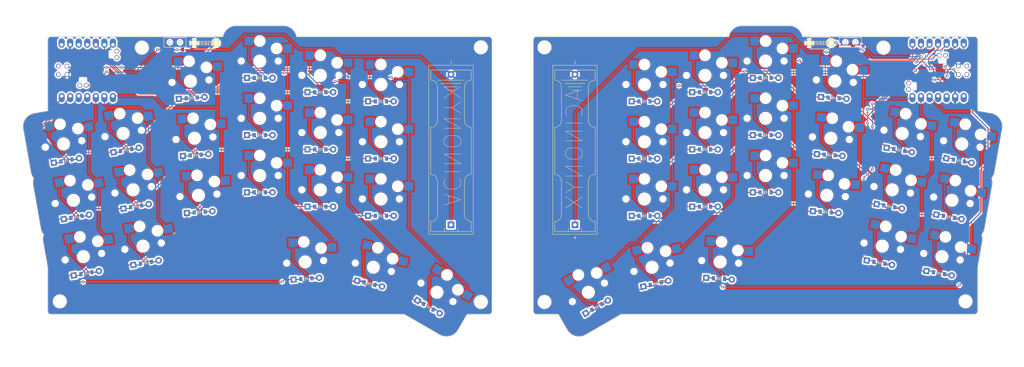
<source format=kicad_pcb>
(kicad_pcb (version 20221018) (generator pcbnew)
  (title_block (title "board") (rev "0.1") (company "stronglytyped"))
  (layers (0 "F.Cu" signal) (31 "B.Cu" signal) (34 "B.Paste" user) (35 "F.Paste" user) (36 "B.SilkS" user "B.Silkscreen") (37 "F.SilkS" user "F.Silkscreen") (38 "B.Mask" user) (39 "F.Mask" user) (44 "Edge.Cuts" user))
  (net 0 "")
  (net 1 "outer_bottom")
  (net 2 "col_outer")
  (net 3 "outer_home")
  (net 4 "outer_top")
  (net 5 "pinky_bottom")
  (net 6 "col_pinky")
  (net 7 "pinky_home")
  (net 8 "pinky_top")
  (net 9 "ring_bottom")
  (net 10 "col_ring")
  (net 11 "ring_home")
  (net 12 "ring_top")
  (net 13 "middle_bottom")
  (net 14 "col_middle")
  (net 15 "middle_home")
  (net 16 "middle_top")
  (net 17 "index_bottom")
  (net 18 "col_index")
  (net 19 "index_home")
  (net 20 "index_top")
  (net 21 "inner_bottom")
  (net 22 "col_inner")
  (net 23 "inner_home")
  (net 24 "inner_top")
  (net 25 "near_thumb")
  (net 26 "home_thumb")
  (net 27 "far_thumb")
  (net 28 "mirror_outer_bottom")
  (net 29 "mirror_col_outer")
  (net 30 "mirror_outer_home")
  (net 31 "mirror_outer_top")
  (net 32 "mirror_pinky_bottom")
  (net 33 "mirror_col_pinky")
  (net 34 "mirror_pinky_home")
  (net 35 "mirror_pinky_top")
  (net 36 "mirror_ring_bottom")
  (net 37 "mirror_col_ring")
  (net 38 "mirror_ring_home")
  (net 39 "mirror_ring_top")
  (net 40 "mirror_middle_bottom")
  (net 41 "mirror_col_middle")
  (net 42 "mirror_middle_home")
  (net 43 "mirror_middle_top")
  (net 44 "mirror_index_bottom")
  (net 45 "mirror_col_index")
  (net 46 "mirror_index_home")
  (net 47 "mirror_index_top")
  (net 48 "mirror_inner_bottom")
  (net 49 "mirror_col_inner")
  (net 50 "mirror_inner_home")
  (net 51 "mirror_inner_top")
  (net 52 "mirror_near_thumb")
  (net 53 "mirror_home_thumb")
  (net 54 "mirror_far_thumb")
  (net 55 "row_bottom")
  (net 56 "row_home")
  (net 57 "row_top")
  (net 58 "row_thumb")
  (net 59 "mirror_row_bottom")
  (net 60 "mirror_row_home")
  (net 61 "mirror_row_top")
  (net 62 "mirror_row_thumb")
  (net 63 "RAW5V")
  (net 64 "GND")
  (net 65 "RAW3V3")
  (net 66 "P10")
  (net 67 "SWCLK")
  (net 68 "SWDIO")
  (net 69 "RST")
  (net 70 "BAT_POS")
  (net 71 "BAT_NEG")
  (net 72 "NFC0")
  (net 73 "NFC1")
  (net 74 "mirror_RAW5V")
  (net 75 "mirror_GND")
  (net 76 "mirror_RAW3V3")
  (net 77 "mirror_P10")
  (net 78 "mirror_SWCLK")
  (net 79 "mirror_SWDIO")
  (net 80 "mirror_RST")
  (net 81 "mirror_BAT_POS")
  (net 82 "mirror_BAT_NEG")
  (net 83 "mirror_NFC0")
  (net 84 "mirror_NFC1")
  (net 85 "RAW")
  (net 86 "mirror_RAW")
  (footprint "E73:SPDT_C128955" (layer "F.Cu") (at 115.328442 62.73786)
    (fp_text reference "T1" hide)
    (fp_text value "" hide)
  )
  (footprint "kbd:ResetSW" (layer "F.Cu") (at 124.328442 62.98786)
    (fp_text reference "B1" hide)
    (fp_text value "")
  )
  (footprint "ComboDiode" (layer "F.Cu") (at 173.156108 134.473611 -13)
    (fp_text reference "D20" hide)
    (fp_text value "" hide)
  )
  (footprint "PG1350" (layer "F.Cu") (at 158.528442 72.58786)
    (fp_text reference "S15" hide)
    (fp_text value "" hide)
  )
  (footprint "PG1350" (layer "F.Cu") (at 309.04102 108.223586 -4)
    (fp_text reference "S28" hide)
    (fp_text value "" hide)
  )
  (footprint "PG1350" (layer "F.Cu") (at 257.083814 129.601761 13)
    (fp_text reference "S41" hide)
    (fp_text value "" hide)
  )
  (footprint "ComboDiode" (layer "F.Cu") (at 311.063957 79.294228 -4)
    (fp_text reference "D30" hide)
    (fp_text value "" hide)
  )
  (footprint "PG1350" (layer "F.Cu") (at 238.182338 137.04725 30)
    (fp_text reference "S42" hide)
    (fp_text value "" hide)
  )
  (footprint "E73:SPDT_C128955" (layer "F.Cu") (at 316.036235 62.73786)
    (fp_text reference "T2" hide)
    (fp_text value "" hide)
  )
  (footprint "ComboDiode" (layer "F.Cu") (at 348.270356 97.891399 -10)
    (fp_text reference "D24" hide)
    (fp_text value "" hide)
  )
  (footprint "PG1350" (layer "F.Cu") (at 176.528442 75.30786)
    (fp_text reference "S18" hide)
    (fp_text value "" hide)
  )
  (footprint "LOGO" (layer "F.Cu") (at 129.347705 129.350896 20)
    (fp_text reference "G***" hide)
    (fp_text value "LOGO" hide)
  )
  (footprint "PG1350" (layer "F.Cu") (at 310.22688 91.264997 -4)
    (fp_text reference "S29" hide)
    (fp_text value "" hide)
  )
  (footprint "PG1350" (layer "F.Cu") (at 122.323657 108.223586 4)
    (fp_text reference "S7" hide)
    (fp_text value "" hide)
  )
  (footprint "ComboDiode" (layer "F.Cu") (at 83.094321 97.891399 10)
    (fp_text reference "D3" hide)
    (fp_text value "" hide)
  )
  (footprint "PG1350" (layer "F.Cu") (at 102.904639 106.583425 10)
    (fp_text reference "S5" hide)
    (fp_text value "" hide)
  )
  (footprint "ComboDiode" (layer "F.Cu") (at 158.528442 111.58786)
    (fp_text reference "D13" hide)
    (fp_text value "" hide)
  )
  (footprint "ComboDiode" (layer "F.Cu") (at 100.82086 94.765732 10)
    (fp_text reference "D6" hide)
    (fp_text value "" hide)
  )
  (footprint "Battery:BatteryHolder_Keystone_2466_1xAAA" (layer "F.Cu") (at 197.350118 117.000824 90)
    (fp_text reference "AAAL" hide)
    (fp_text value "BatteryHolder_Keystone_2466_1xAAA" hide)
  )
  (footprint "ComboDiode" (layer "F.Cu") (at 140.528442 90.33786)
    (fp_text reference "D11" hide)
    (fp_text value "" hide)
  )
  (footprint "PG1350" (layer "F.Cu") (at 140.528442 85.33786)
    (fp_text reference "S11" hide)
    (fp_text value "" hide)
  )
  (footprint "PG1350" (layer "F.Cu") (at 254.836235 109.30786)
    (fp_text reference "S37" hide)
    (fp_text value "" hide)
  )
  (footprint "PG1350" (layer "F.Cu") (at 290.836235 102.33786)
    (fp_text reference "S31" hide)
    (fp_text value "" hide)
  )
  (footprint "ComboDiode" (layer "F.Cu") (at 154.377224 132.995681 4)
    (fp_text reference "D19" hide)
    (fp_text value "" hide)
  )
  (footprint "PG1350" (layer "F.Cu") (at 158.528442 106.58786)
    (fp_text reference "S13" hide)
    (fp_text value "" hide)
  )
  (footprint "PG1350" (layer "F.Cu") (at 272.836235 89.58786)
    (fp_text reference "S35" hide)
    (fp_text value "" hide)
  )
  (footprint "ComboDiode" (layer "F.Cu") (at 158.528442 94.58786)
    (fp_text reference "D14" hide)
    (fp_text value "" hide)
  )
  (footprint "ComboDiode" (layer "F.Cu") (at 330.543816 94.765732 -10)
    (fp_text reference "D27" hide)
    (fp_text value "" hide)
  )
  (footprint "PG1350" (layer "F.Cu") (at 140.528442 102.33786)
    (fp_text reference "S10" hide)
    (fp_text value "" hide)
  )
  (footprint "PG1350" (layer "F.Cu") (at 290.836235 85.33786)
    (fp_text reference "S32" hide)
    (fp_text value "" hide)
  )
  (footprint "kbd:ResetSW" (layer "F.Cu") (at 307.036235 62.98786)
    (fp_text reference "B2" hide)
    (fp_text value "")
  )
  (footprint "PG1350" (layer "F.Cu") (at 140.528442 68.33786)
    (fp_text reference "S12" hide)
    (fp_text value "" hide)
  )
  (footprint "ComboDiode" (layer "F.Cu") (at 308.692237 113.211406 -4)
    (fp_text reference "D28" hide)
    (fp_text value "" hide)
  )
  (footprint "ComboDiode" (layer "F.Cu") (at 290.836235 90.33786)
    (fp_text reference "D32" hide)
    (fp_text value "" hide)
  )
  (footprint "PG1350" (layer "F.Cu") (at 325.508019 123.325157 -10)
    (fp_text reference "S25" hide)
    (fp_text value "" hide)
  )
  (footprint "ComboDiode" (layer "F.Cu") (at 120.300719 79.294228 4)
    (fp_text reference "D9" hide)
    (fp_text value "" hide)
  )
  (footprint "ComboDiode" (layer "F.Cu") (at 345.318337 114.633131 -10)
    (fp_text reference "D23" hide)
    (fp_text value "" hide)
  )
  (footprint "ComboDiode" (layer "F.Cu") (at 290.836235 107.33786)
    (fp_text reference "D31" hide)
    (fp_text value "" hide)
  )
  (footprint "PG1350" (layer "F.Cu") (at 85.178099 109.709092 10)
    (fp_text reference "S2" hide)
    (fp_text value "" hide)
  )
  (footprint "ComboDiode" (layer "F.Cu") (at 103.772879 111.507464 10)
    (fp_text reference "D5" hide)
    (fp_text value "" hide)
  )
  (footprint "ComboDiode" (layer "F.Cu") (at 309.878097 96.252817 -4)
    (fp_text reference "D29" hide)
    (fp_text value "" hide)
  )
  (footprint "ComboDiode" (layer "F.Cu") (at 272.836235 77.58786)
    (fp_text reference "D36" hide)
    (fp_text value "" hide)
  )
  (footprint "PG1350" (layer "F.Cu") (at 176.528442 92.30786)
    (fp_text reference "S17" hide)
    (fp_text value "" hide)
  )
  (footprint "PG1350" (layer "F.Cu") (at 176.528442 109.30786)
    (fp_text reference "S16" hide)
    (fp_text value "" hide)
  )
  (footprint "PG1350" (layer "F.Cu") (at 99.95262 89.841693 10)
    (fp_text reference "S6" hide)
    (fp_text value "" hide)
  )
  (footprint "PG1350" (layer "F.Cu") (at 349.138597 92.96736 -10)
    (fp_text reference "S24" hide)
    (fp_text value "" hide)
  )
  (footprint "PG1350" (layer "F.Cu") (at 328.460038 106.583425 -10)
    (fp_text reference "S26" hide)
    (fp_text value "" hide)
  )
  (footprint "ComboDiode" (layer "F.Cu") (at 121.486579 96.252817 4)
    (fp_text reference "D8" hide)
    (fp_text value "" hide)
  )
  (footprint "ComboDiode" (layer "F.Cu") (at 254.836235 114.30786)
    (fp_text reference "D37" hide)
    (fp_text value "" hide)
  )
  (footprint "PG1350" (layer "F.Cu") (at 105.856658 123.325157 10)
    (fp_text reference "S4" hide)
    (fp_text value "" hide)
  )
  (footprint "ComboDiode" (layer "F.Cu") (at 272.836235 94.58786)
    (fp_text reference "D35" hide)
    (fp_text value "" hide)
  )
  (footprint "PG1350" (layer "F.Cu") (at 331.412057 89.841693 -10)
    (fp_text reference "S27" hide)
    (fp_text value "" hide)
  )
  (footprint "PG1350" (layer "F.Cu") (at 174.280863 129.601761 -13)
    (fp_text reference "S20" hide)
    (fp_text value "" hide)
  )
  (footprint "ComboDiode" (layer "F.Cu") (at 176.528442 97.30786)
    (fp_text reference "D17" hide)
    (fp_text value "" hide)
  )
  (footprint "ComboDiode" (layer "F.Cu") (at 140.528442 107.33786)
    (fp_text reference "D10" hide)
    (fp_text value "" hide)
  )
  (footprint "ComboDiode" (layer "F.Cu") (at 190.682338 141.377377 -30)
    (fp_text reference "D21" hide)
    (fp_text value "" hide)
  )
  (footprint "Battery:BatteryHolder_Keystone_2466_1xAAA" (layer "F.Cu") (at 234.180118 117.000824 90)
    (fp_text reference "AAAR" hide)
    (fp_text value "BatteryHolder_Keystone_2466_1xAAA" hide)
  )
  (footprint "XIAO-BLE" (layer "F.Cu") (at 89.278442 71.08786 90)
    (fp_text reference "MCU1" hide)
    (fp_text value "xiao-ble" hide)
    (fp_line (start -4.699 -1.7902) (end -4.699 -0.7488) (stroke (width 0.12)) (layer "Edge.Cuts"))
    (fp_line (start -4.0132 -2.476) (end -2.413 -2.476) (stroke (width 0.12)) (layer "Edge.Cuts"))
    (fp_line (start -4.0132 -0.063) (end -2.413 -0.063) (stroke (width 0.12)) (layer "Edge.Cuts"))
    (fp_line (start -2.032 -2.095) (end -2.032 -0.444) (stroke (width 0.12)) (layer "Edge.Cuts"))
    (fp_line (start -1.524 -8.1402) (end -1.524 -6.4638) (stroke (width 0.12)) (layer "Edge.Cuts"))
    (fp_line (start -0.8382 -8.826) (end 0.8382 -8.826) (stroke (width 0.12)) (layer "Edge.Cuts"))
    (fp_line (start -0.8382 -5.778) (end 0.8382 -5.778) (stroke (width 0.12)) (layer "Edge.Cuts"))
    (fp_line (start 1.524 -8.1402) (end 1.524 -6.4638) (stroke (width 0.12)) (layer "Edge.Cuts"))
    (fp_line (start 3.548408 6.769408) (end 3.548408 8.369608) (stroke (width 0.12)) (layer "Edge.Cuts"))
    (fp_line (start 3.929408 6.388408) (end 5.580408 6.388408) (stroke (width 0.12)) (layer "Edge.Cuts"))
    (fp_line (start 4.234208 9.055408) (end 5.275608 9.055408) (stroke (width 0.12)) (layer "Edge.Cuts"))
    (fp_line (start 5.961408 6.769408) (end 5.961408 8.369608) (stroke (width 0.12)) (layer "Edge.Cuts"))
    (fp_arc (start -4.699 -0.7488) (mid -4.095401 -0.666688) (end -4.013137 -0.063111) (stroke (width 0.12)) (layer "Edge.Cuts"))
    (fp_arc (start -4.0132 -2.476) (mid -4.095312 -1.872401) (end -4.698889 -1.790137) (stroke (width 0.12)) (layer "Edge.Cuts"))
    (fp_arc (start -2.413 -2.476) (mid -2.143592 -2.364407) (end -2.032 -2.094998) (stroke (width 0.12)) (layer "Edge.Cuts"))
    (fp_arc (start -2.032 -0.444) (mid -2.143593 -0.174592) (end -2.413002 -0.063) (stroke (width 0.12)) (layer "Edge.Cuts"))
    (fp_arc (start -1.524 -6.4638) (mid -0.920404 -6.381691) (end -0.838133 -5.778118) (stroke (width 0.12)) (layer "Edge.Cuts"))
    (fp_arc (start -0.8382 -8.826) (mid -0.920309 -8.222404) (end -1.523882 -8.140133) (stroke (width 0.12)) (layer "Edge.Cuts"))
    (fp_arc (start 0.8382 -5.778) (mid 0.920405 -6.381522) (end 1.523933 -6.463681) (stroke (width 0.12)) (layer "Edge.Cuts"))
    (fp_arc (start 1.524 -8.1402) (mid 0.920405 -8.222308) (end 0.838133 -8.825881) (stroke (width 0.12)) (layer "Edge.Cuts"))
    (fp_arc (start 3.548408 6.769392) (mid 3.660009 6.499987) (end 3.929424 6.388408) (stroke (width 0.12)) (layer "Edge.Cuts"))
    (fp_arc (start 3.548408 8.369608) (mid 4.152091 8.451796) (end 4.234301 9.055476) (stroke (width 0.12)) (layer "Edge.Cuts"))
    (fp_arc (start 5.275608 9.055408) (mid 5.35788 8.451784) (end 5.961527 8.369675) (stroke (width 0.12)) (layer "Edge.Cuts"))
    (fp_arc (start 5.580408 6.388408) (mid 5.849808 6.500004) (end 5.961392 6.769408) (stroke (width 0.12)) (layer "Edge.Cuts"))
  )
  (footprint "ComboDiode" (layer "F.Cu") (at 140.528442 73.33786)
    (fp_text reference "D12" hide)
    (fp_text value "" hide)
  )
  (footprint "ComboDiode" (layer "F.Cu") (at 272.836235 111.58786)
    (fp_text reference "D34" hide)
    (fp_text value "" hide)
  )
  (footprint "ComboDiode" (layer "F.Cu") (at 254.836235 80.30786)
    (fp_text reference "D39" hide)
    (fp_text value "" hide)
  )
  (footprint "ComboDiode" (layer "F.Cu") (at 240.682338 141.377377 30)
    (fp_text reference "D42" hide)
    (fp_text value "" hide)
  )
  (footprint "LOGO" (layer "F.Cu") (at 301.21 127.97)
    (fp_text reference "G***" hide)
    (fp_text value "LOGO" hide)
  )
  (footprint "ComboDiode" (layer "F.Cu") (at 342.366318 131.374863 -10)
    (fp_text reference "D22" hide)
    (fp_text value "" hide)
  )
  (footprint "PG1350" (layer "F.Cu") (at 121.137797 91.264997 4)
    (fp_text reference "S8" hide)
    (fp_text value "" hide)
  )
  (footprint "PG1350" (layer "F.Cu") (at 158.528442 89.58786)
    (fp_text reference "S14" hide)
    (fp_text value "" hide)
  )
  (footprint "ComboDiode" (layer "F.Cu") (at 86.04634 114.633131 10)
    (fp_text reference "D2" hide)
    (fp_text value "" hide)
  )
  (footprint "PG1350" (layer "F.Cu") (at 254.836235 92.30786)
    (fp_text reference "S38" hide)
    (fp_text value "" hide)
  )
  (footprint "ComboDiode" (layer "F.Cu") (at 327.591797 111.507464 -10)
    (fp_text reference "D26" hide)
    (fp_text value "" hide)
  )
  (footprint "PG1350" (layer "F.Cu") (at 311.41274 74.306408 -4)
    (fp_text reference "S30" hide)
    (fp_text value "" hide)
  )
  (footprint "PG1350" (layer "F.Cu") (at 193.182338 137.04725 -30)
    (fp_text reference "S21" hide)
    (fp_text value "" hide)
  )
  (footprint "PG1350" (layer "F.Cu") (at 290.836235 68.33786)
    (fp_text reference "S33" hide)
    (fp_text value "" hide)
  )
  (footprint "PG1350" (layer "F.Cu") (at 277.336235 128.00786 -4)
    (fp_text reference "S40" hide)
    (fp_text value "" hide)
  )
  (footprint "ComboDiode" (layer "F.Cu") (at 106.724899 128.249196 10)
    (fp_text reference "D4" hide)
    (fp_text value "" hide)
  )
  (footprint "ComboDiode" (layer "F.Cu") (at 122.672439 113.211406 4)
    (fp_text reference "D7" hide)
    (fp_text value "" hide)
  )
  (footprint "ComboDiode" (layer "F.Cu") (at 276.987452 132.995681 -4)
    (fp_text reference "D40" hide)
    (fp_text value "" hide)
  )
  (footprint "PG1350" (layer "F.Cu") (at 119.951937 74.306408 4)
    (fp_text reference "S9" hide)
    (fp_text value "" hide)
  )
  (footprint "ComboDiode" (layer "F.Cu") (at 290.836235 73.33786)
    (fp_text reference "D33" hide)
    (fp_text value "" hide)
  )
  (footprint "XIAO-BLE" (layer "F.Cu") (at 342.086235 71.08786 -90)
    (fp_text reference "MCU2" hide)
    (fp_text value "xiao-ble" hide)
    (fp_line (start -4.699 -1.7902) (end -4.699 -0.7488) (stroke (width 0.12)) (layer "Edge.Cuts"))
    (fp_line (start -4.0132 -2.476) (end -2.413 -2.476) (stroke (width 0.12)) (layer "Edge.Cuts"))
    (fp_line (start -4.0132 -0.063) (end -2.413 -0.063) (stroke (width 0.12)) (layer "Edge.Cuts"))
    (fp_line (start -2.032 -2.095) (end -2.032 -0.444) (stroke (width 0.12)) (layer "Edge.Cuts"))
    (fp_line (start -1.524 -8.1402) (end -1.524 -6.4638) (stroke (width 0.12)) (layer "Edge.Cuts"))
    (fp_line (start -0.8382 -8.826) (end 0.8382 -8.826) (stroke (width 0.12)) (layer "Edge.Cuts"))
    (fp_line (start -0.8382 -5.778) (end 0.8382 -5.778) (stroke (width 0.12)) (layer "Edge.Cuts"))
    (fp_line (start 1.524 -8.1402) (end 1.524 -6.4638) (stroke (width 0.12)) (layer "Edge.Cuts"))
    (fp_line (start 3.548408 6.769408) (end 3.548408 8.369608) (stroke (width 0.12)) (layer "Edge.Cuts"))
    (fp_line (start 3.929408 6.388408) (end 5.580408 6.388408) (stroke (width 0.12)) (layer "Edge.Cuts"))
    (fp_line (start 4.234208 9.055408) (end 5.275608 9.055408) (stroke (width 0.12)) (layer "Edge.Cuts"))
    (fp_line (start 5.961408 6.769408) (end 5.961408 8.369608) (stroke (width 0.12)) (layer "Edge.Cuts"))
    (fp_arc (start -4.699 -0.7488) (mid -4.095401 -0.666688) (end -4.013137 -0.063111) (stroke (width 0.12)) (layer "Edge.Cuts"))
    (fp_arc (start -4.0132 -2.476) (mid -4.095312 -1.872401) (end -4.698889 -1.790137) (stroke (width 0.12)) (layer "Edge.Cuts"))
    (fp_arc (start -2.413 -2.476) (mid -2.143592 -2.364407) (end -2.032 -2.094998) (stroke (width 0.12)) (layer "Edge.Cuts"))
    (fp_arc (start -2.032 -0.444) (mid -2.143593 -0.174592) (end -2.413002 -0.063) (stroke (width 0.12)) (layer "Edge.Cuts"))
    (fp_arc (start -1.524 -6.4638) (mid -0.920404 -6.381691) (end -0.838133 -5.778118) (stroke (width 0.12)) (layer "Edge.Cuts"))
    (fp_arc (start -0.8382 -8.826) (mid -0.920309 -8.222404) (end -1.523882 -8.140133) (stroke (width 0.12)) (layer "Edge.Cuts"))
    (fp_arc (start 0.8382 -5.778) (mid 0.920405 -6.381522) (end 1.523933 -6.463681) (stroke (width 0.12)) (layer "Edge.Cuts"))
    (fp_arc (start 1.524 -8.1402) (mid 0.920405 -8.222308) (end 0.838133 -8.825881) (stroke (width 0.12)) (layer "Edge.Cuts"))
    (fp_arc (start 3.548408 6.769392) (mid 3.660009 6.499987) (end 3.929424 6.388408) (stroke (width 0.12)) (layer "Edge.Cuts"))
    (fp_arc (start 3.548408 8.369608) (mid 4.152091 8.451796) (end 4.234301 9.055476) (stroke (width 0.12)) (layer "Edge.Cuts"))
    (fp_arc (start 5.275608 9.055408) (mid 5.35788 8.451784) (end 5.961527 8.369675) (stroke (width 0.12)) (layer "Edge.Cuts"))
    (fp_arc (start 5.580408 6.388408) (mid 5.849808 6.500004) (end 5.961392 6.769408) (stroke (width 0.12)) (layer "Edge.Cuts"))
  )
  (footprint "ComboDiode" (layer "F.Cu") (at 176.528442 80.30786)
    (fp_text reference "D18" hide)
    (fp_text value "" hide)
  )
  (footprint "PG1350" (layer "F.Cu") (at 154.028442 128.00786 4)
    (fp_text reference "S19" hide)
    (fp_text value "" hide)
  )
  (footprint "PG1350" (layer "F.Cu") (at 343.234559 126.450824 -10)
    (fp_text reference "S22" hide)
    (fp_text value "" hide)
  )
  (footprint "ComboDiode" (layer "F.Cu") (at 324.639778 128.249196 -10)
    (fp_text reference "D25" hide)
    (fp_text value "" hide)
  )
  (footprint "PG1350" (layer "F.Cu") (at 82.22608 92.96736 10)
    (fp_text reference "S3" hide)
    (fp_text value "" hide)
  )
  (footprint "ComboDiode" (layer "F.Cu") (at 176.528442 114.30786)
    (fp_text reference "D16" hide)
    (fp_text value "" hide)
  )
  (footprint "PG1350" (layer "F.Cu") (at 272.836235 72.58786)
    (fp_text reference "S36" hide)
    (fp_text value "" hide)
  )
  (footprint "PG1350" (layer "F.Cu") (at 254.836235 75.30786)
    (fp_text reference "S39" hide)
    (fp_text value "" hide)
  )
  (footprint "PG1350" (layer "F.Cu") (at 272.836235 106.58786)
    (fp_text reference "S34" hide)
    (fp_text value "" hide)
  )
  (footprint "ComboDiode" (layer "F.Cu") (at 88.998359 131.374863 10)
    (fp_text reference "D1" hide)
    (fp_text value "" hide)
  )
  (footprint "PG1350" (layer "F.Cu") (at 88.130118 126.450824 10)
    (fp_text reference "S1" hide)
    (fp_text value "" hide)
  )
  (footprint "ComboDiode" (layer "F.Cu") (at 258.208569 134.473611 13)
    (fp_text reference "D41" hide)
    (fp_text value "" hide)
  )
  (footprint "PG1350" (layer "F.Cu") (at 346.186578 109.709092 -10)
    (fp_text reference "S23" hide)
    (fp_text value "" hide)
  )
  (footprint "ComboDiode" (layer "F.Cu") (at 158.528442 77.58786)
    (fp_text reference "D15" hide)
    (fp_text value "" hide)
  )
  (footprint "ComboDiode" (layer "F.Cu") (at 254.836235 97.30786)
    (fp_text reference "D38" hide)
    (fp_text value "" hide)
  )
  (gr_line (start 247.853668 143.58786) (end 352.836235 143.58786) (stroke (width 0.15)) (layer "Edge.Cuts"))
  (gr_line locked (start 70.264482 88.47624) (end 72.521908 101.278741) (stroke (width 0.15)) (layer "Edge.Cuts"))
  (gr_line (start 279.907176 61.08786) (end 222.836235 61.08786) (stroke (width 0.15)) (layer "Edge.Cuts"))
  (gr_arc (start 237.370161 149.640517) (mid 234.334865 150.040148) (end 231.906059 148.176415) (stroke (width 0.15)) (layer "Edge.Cuts"))
  (gr_arc (start 353.836235 142.58786) (mid 353.54333 143.29495) (end 352.836235 143.58786) (stroke (width 0.15)) (layer "Edge.Cuts"))
  (gr_line locked (start 76.16852 121.959704) (end 77.528442 129.672206) (stroke (width 0.15)) (layer "Edge.Cuts"))
  (gr_arc locked (start 129.599384 61.08786) (mid 130.978933 58.755653) (end 133.528442 57.83786) (stroke (width 0.15)) (layer "Edge.Cuts"))
  (gr_arc (start 352.836235 61.08786) (mid 353.543318 61.380761) (end 353.836235 62.08786) (stroke (width 0.15)) (layer "Edge.Cuts"))
  (gr_arc locked (start 77.528442 62.08786) (mid 77.821335 61.380753) (end 78.528442 61.08786) (stroke (width 0.15)) (layer "Edge.Cuts"))
  (gr_arc locked (start 208.528442 61.08786) (mid 209.235521 61.380764) (end 209.528442 62.08786) (stroke (width 0.15)) (layer "Edge.Cuts"))
  (gr_arc (start 222.836235 143.58786) (mid 222.129105 143.294975) (end 221.836235 142.58786) (stroke (width 0.15)) (layer "Edge.Cuts"))
  (gr_circle (center 225.136235 139.907861) (end 227.186235 139.907861) (stroke (width 0.15)) (fill none) (layer "Edge.Cuts"))
  (gr_line locked (start 73.216501 105.217972) (end 75.473927 118.020472) (stroke (width 0.15)) (layer "Edge.Cuts"))
  (gr_arc locked (start 78.528442 143.58786) (mid 77.821335 143.294967) (end 77.528442 142.58786) (stroke (width 0.15)) (layer "Edge.Cuts"))
  (gr_circle locked (center 206.228442 139.907861) (end 208.278442 139.907861) (stroke (width 0.15)) (fill none) (layer "Edge.Cuts"))
  (gr_circle (center 225.136235 64.25786) (end 227.186235 64.25786) (stroke (width 0.15)) (fill none) (layer "Edge.Cuts"))
  (gr_arc (start 357.967716 103.155299) (mid 358.193734 104.174757) (end 358.148176 105.217972) (stroke (width 0.15)) (layer "Edge.Cuts"))
  (gr_line (start 353.836235 129.672206) (end 355.196157 121.959704) (stroke (width 0.15)) (layer "Edge.Cuts"))
  (gr_circle locked (center 81.128442 139.73786) (end 83.178442 139.73786) (stroke (width 0.15)) (fill none) (layer "Edge.Cuts"))
  (gr_arc (start 279.907177 61.08786) (mid 281.286718 58.75564) (end 283.836235 57.83786) (stroke (width 0.15)) (layer "Edge.Cuts"))
  (gr_arc (start 358.842768 101.278741) (mid 358.528764 102.274619) (end 357.967715 103.155298) (stroke (width 0.15)) (layer "Edge.Cuts"))
  (gr_line (start 355.89075 118.020472) (end 358.148176 105.217972) (stroke (width 0.15)) (layer "Edge.Cuts"))
  (gr_arc locked (start 73.2165 105.217972) (mid 73.170952 104.174756) (end 73.396961 103.155298) (stroke (width 0.15)) (layer "Edge.Cuts"))
  (gr_arc (start 221.836235 62.08786) (mid 222.129117 61.380736) (end 222.836235 61.08786) (stroke (width 0.15)) (layer "Edge.Cuts"))
  (gr_line locked (start 129.599384 61.08786) (end 78.528442 61.08786) (stroke (width 0.15)) (layer "Edge.Cuts"))
  (gr_line locked (start 183.511009 143.58786) (end 193.994516 149.640516) (stroke (width 0.15)) (layer "Edge.Cuts"))
  (gr_circle (center 350.236235 139.73786) (end 352.286235 139.73786) (stroke (width 0.15)) (fill none) (layer "Edge.Cuts"))
  (gr_line locked (start 147.528442 57.83786) (end 133.528442 57.83786) (stroke (width 0.15)) (layer "Edge.Cuts"))
  (gr_arc locked (start 147.528442 57.83786) (mid 150.077929 58.755665) (end 151.4575 61.08786) (stroke (width 0.15)) (layer "Edge.Cuts"))
  (gr_circle (center 325.854327 64.349317) (end 327.904327 64.349317) (stroke (width 0.15)) (fill none) (layer "Edge.Cuts"))
  (gr_line locked (start 199.458618 148.176415) (end 202.107821 143.58786) (stroke (width 0.15)) (layer "Edge.Cuts"))
  (gr_line (start 353.836235 83.133701) (end 353.836235 62.08786) (stroke (width 0.15)) (layer "Edge.Cuts"))
  (gr_arc locked (start 73.396961 103.155299) (mid 72.835907 102.274622) (end 72.521908 101.278741) (stroke (width 0.15)) (layer "Edge.Cuts"))
  (gr_arc locked (start 209.528442 142.58786) (mid 209.235538 143.294952) (end 208.528442 143.58786) (stroke (width 0.15)) (layer "Edge.Cuts"))
  (gr_line (start 352.836235 61.08786) (end 301.765293 61.08786) (stroke (width 0.15)) (layer "Edge.Cuts"))
  (gr_arc locked (start 76.34898 119.89703) (mid 75.787927 119.016352) (end 75.473927 118.020472) (stroke (width 0.15)) (layer "Edge.Cuts"))
  (gr_line locked (start 77.528442 83.133701) (end 73.50912 83.842416) (stroke (width 0.15)) (layer "Edge.Cuts"))
  (gr_line (start 229.256856 143.58786) (end 231.906059 148.176415) (stroke (width 0.15)) (layer "Edge.Cuts"))
  (gr_line locked (start 208.528442 61.08786) (end 151.4575 61.08786) (stroke (width 0.15)) (layer "Edge.Cuts"))
  (gr_line (start 237.370161 149.640516) (end 247.853668 143.58786) (stroke (width 0.15)) (layer "Edge.Cuts"))
  (gr_arc (start 357.855557 83.842416) (mid 360.437533 85.487353) (end 361.100195 88.47624) (stroke (width 0.15)) (layer "Edge.Cuts"))
  (gr_arc (start 355.890749 118.020473) (mid 355.576759 119.016359) (end 355.015696 119.89703) (stroke (width 0.15)) (layer "Edge.Cuts"))
  (gr_line locked (start 209.528442 142.58786) (end 209.528442 62.08786) (stroke (width 0.15)) (layer "Edge.Cuts"))
  (gr_line (start 353.836235 142.58786) (end 353.836235 129.672206) (stroke (width 0.15)) (layer "Edge.Cuts"))
  (gr_arc locked (start 70.264482 88.47624) (mid 70.927105 85.487341) (end 73.50912 83.842416) (stroke (width 0.15)) (layer "Edge.Cuts"))
  (gr_line (start 222.836235 143.58786) (end 229.256856 143.58786) (stroke (width 0.15)) (layer "Edge.Cuts"))
  (gr_circle locked (center 105.510349 64.349317) (end 107.560349 64.349317) (stroke (width 0.15)) (fill none) (layer "Edge.Cuts"))
  (gr_arc locked (start 199.458617 148.176415) (mid 197.029792 150.040121) (end 193.994516 149.640516) (stroke (width 0.15)) (layer "Edge.Cuts"))
  (gr_arc locked (start 76.168519 121.959704) (mid 76.122971 120.916488) (end 76.34898 119.89703) (stroke (width 0.15)) (layer "Edge.Cuts"))
  (gr_line (start 221.836235 62.08786) (end 221.836235 142.58786) (stroke (width 0.15)) (layer "Edge.Cuts"))
  (gr_line locked (start 77.528442 62.08786) (end 77.528442 83.133701) (stroke (width 0.15)) (layer "Edge.Cuts"))
  (gr_line (start 358.842769 101.278741) (end 361.100195 88.47624) (stroke (width 0.15)) (layer "Edge.Cuts"))
  (gr_circle locked (center 206.228442 64.25786) (end 208.278442 64.25786) (stroke (width 0.15)) (fill none) (layer "Edge.Cuts"))
  (gr_arc (start 355.015696 119.89703) (mid 355.241707 120.916488) (end 355.196157 121.959703) (stroke (width 0.15)) (layer "Edge.Cuts"))
  (gr_line locked (start 77.528442 129.672206) (end 77.528442 142.58786) (stroke (width 0.15)) (layer "Edge.Cuts"))
  (gr_line locked (start 202.107821 143.58786) (end 208.528442 143.58786) (stroke (width 0.15)) (layer "Edge.Cuts"))
  (gr_line (start 357.855557 83.842416) (end 353.836235 83.133701) (stroke (width 0.15)) (layer "Edge.Cuts"))
  (gr_arc (start 297.836235 57.83786) (mid 300.385726 58.755662) (end 301.765293 61.08786) (stroke (width 0.15)) (layer "Edge.Cuts"))
  (gr_line (start 297.836235 57.83786) (end 283.836235 57.83786) (stroke (width 0.15)) (layer "Edge.Cuts"))
  (gr_line locked (start 78.528442 143.58786) (end 183.511009 143.58786) (stroke (width 0.15)) (layer "Edge.Cuts"))
  (gr_text locked "ACINONYX" (at 197.57 111.76 -90) (layer "B.SilkS") (effects (font (size 5 5)) (justify left mirror)))
  (gr_text "ACINONYX" (at 234.06 76.2 90) (layer "B.SilkS") (effects (font (size 5 5)) (justify left mirror)))
  (segment (start 92.375396 131.088344) (end 92.750477 130.713263) (width 0.25) (layer "F.Cu") (net 1))
  (segment (start 90.623292 131.088344) (end 92.375396 131.088344) (width 0.25) (layer "F.Cu") (net 1))
  (segment locked (start 92.375396 131.088344) (end 92.750477 130.713263) (width 0.25) (layer "B.Cu") (net 1))
  (segment locked (start 89.812639 131.088344) (end 90.623292 131.088344) (width 0.25) (layer "B.Cu") (net 1))
  (segment locked (start 83.871666 121.159916) (end 83.871666 125.147371) (width 0.25) (layer "B.Cu") (net 1))
  (segment locked (start 83.871666 125.147371) (end 89.812639 131.088344) (width 0.25) (layer "B.Cu") (net 1))
  (segment locked (start 90.623292 131.088344) (end 92.375396 131.088344) (width 0.25) (layer "B.Cu") (net 1))
  (segment locked (start 89.724183 87.837392) (end 91.818442 85.743133) (width 0.25) (layer "B.Cu") (net 2))
  (segment locked (start 89.724183 101.627105) (end 92.676202 104.579124) (width 0.25) (layer "B.Cu") (net 2))
  (segment locked (start 89.724183 87.837392) (end 89.724183 101.627105) (width 0.25) (layer "B.Cu") (net 2))
  (segment locked (start 92.676202 104.579124) (end 92.676202 118.368837) (width 0.25) (layer "B.Cu") (net 2))
  (segment locked (start 92.676202 118.368837) (end 95.628221 121.320856) (width 0.25) (layer "B.Cu") (net 2))
  (segment locked (start 91.818442 85.743133) (end 91.818442 78.70786) (width 0.25) (layer "B.Cu") (net 2))
  (segment (start 87.671273 114.346612) (end 89.423377 114.346612) (width 0.25) (layer "F.Cu") (net 3))
  (segment (start 89.423377 114.346612) (end 89.798458 113.971531) (width 0.25) (layer "F.Cu") (net 3))
  (segment locked (start 86.86062 114.346612) (end 87.671273 114.346612) (width 0.25) (layer "B.Cu") (net 3))
  (segment locked (start 80.919647 108.405639) (end 86.86062 114.346612) (width 0.25) (layer "B.Cu") (net 3))
  (segment locked (start 87.671273 114.346612) (end 89.423377 114.346612) (width 0.25) (layer "B.Cu") (net 3))
  (segment locked (start 89.423377 114.346612) (end 89.798458 113.971531) (width 0.25) (layer "B.Cu") (net 3))
  (segment locked (start 80.919647 104.418184) (end 80.919647 108.405639) (width 0.25) (layer "B.Cu") (net 3))
  (segment (start 86.471358 97.60488) (end 86.846439 97.229799) (width 0.25) (layer "F.Cu") (net 4))
  (segment (start 84.719254 97.60488) (end 86.471358 97.60488) (width 0.25) (layer "F.Cu") (net 4))
  (segment locked (start 84.719254 97.60488) (end 86.471358 97.60488) (width 0.25) (layer "B.Cu") (net 4))
  (segment locked (start 83.908601 97.60488) (end 84.719254 97.60488) (width 0.25) (layer "B.Cu") (net 4))
  (segment locked (start 77.967628 91.663907) (end 83.908601 97.60488) (width 0.25) (layer "B.Cu") (net 4))
  (segment locked (start 86.471358 97.60488) (end 86.846439 97.229799) (width 0.25) (layer "B.Cu") (net 4))
  (segment locked (start 77.967628 87.676452) (end 77.967628 91.663907) (width 0.25) (layer "B.Cu") (net 4))
  (segment (start 110.101936 127.962677) (end 110.477017 127.587596) (width 0.25) (layer "F.Cu") (net 5))
  (segment (start 108.349832 127.962677) (end 110.101936 127.962677) (width 0.25) (layer "F.Cu") (net 5))
  (segment locked (start 101.598206 118.034249) (end 101.598206 122.021704) (width 0.25) (layer "B.Cu") (net 5))
  (segment locked (start 110.101936 127.962677) (end 110.477017 127.587596) (width 0.25) (layer "B.Cu") (net 5))
  (segment locked (start 108.349832 127.962677) (end 110.101936 127.962677) (width 0.25) (layer "B.Cu") (net 5))
  (segment locked (start 107.539179 127.962677) (end 108.349832 127.962677) (width 0.25) (layer "B.Cu") (net 5))
  (segment locked (start 101.598206 122.021704) (end 107.539179 127.962677) (width 0.25) (layer "B.Cu") (net 5))
  (segment locked (start 94.358442 80.991674) (end 94.358442 78.70786) (width 0.25) (layer "B.Cu") (net 6))
  (segment locked (start 107.450723 98.501438) (end 110.402742 101.453457) (width 0.25) (layer "B.Cu") (net 6))
  (segment locked (start 104.846085 82.107087) (end 95.473855 82.107087) (width 0.25) (layer "B.Cu") (net 6))
  (segment locked (start 107.450723 84.711725) (end 104.846085 82.107087) (width 0.25) (layer "B.Cu") (net 6))
  (segment locked (start 107.450723 84.711725) (end 107.450723 98.501438) (width 0.25) (layer "B.Cu") (net 6))
  (segment locked (start 110.402742 101.453457) (end 110.402742 115.24317) (width 0.25) (layer "B.Cu") (net 6))
  (segment locked (start 95.473855 82.107087) (end 94.358442 80.991674) (width 0.25) (layer "B.Cu") (net 6))
  (segment locked (start 110.402742 115.24317) (end 113.354761 118.195189) (width 0.25) (layer "B.Cu") (net 6))
  (segment (start 105.397812 111.220945) (end 107.149916 111.220945) (width 0.25) (layer "F.Cu") (net 7))
  (segment (start 107.149916 111.220945) (end 107.524997 110.845864) (width 0.25) (layer "F.Cu") (net 7))
  (segment locked (start 98.646187 105.279972) (end 104.58716 111.220945) (width 0.25) (layer "B.Cu") (net 7))
  (segment locked (start 98.646187 101.292517) (end 98.646187 105.279972) (width 0.25) (layer "B.Cu") (net 7))
  (segment locked (start 105.397812 111.220945) (end 107.149916 111.220945) (width 0.25) (layer "B.Cu") (net 7))
  (segment locked (start 107.149916 111.220945) (end 107.524997 110.845864) (width 0.25) (layer "B.Cu") (net 7))
  (segment locked (start 104.58716 111.220945) (end 105.397812 111.220945) (width 0.25) (layer "B.Cu") (net 7))
  (segment (start 104.197897 94.479213) (end 104.572978 94.104132) (width 0.25) (layer "F.Cu") (net 8))
  (segment (start 102.445793 94.479213) (end 104.197897 94.479213) (width 0.25) (layer "F.Cu") (net 8))
  (segment locked (start 101.635141 94.479213) (end 102.445793 94.479213) (width 0.25) (layer "B.Cu") (net 8))
  (segment locked (start 95.694168 84.550785) (end 95.694168 88.53824) (width 0.25) (layer "B.Cu") (net 8))
  (segment locked (start 104.197897 94.479213) (end 104.572978 94.104132) (width 0.25) (layer "B.Cu") (net 8))
  (segment locked (start 95.694168 88.53824) (end 101.635141 94.479213) (width 0.25) (layer "B.Cu") (net 8))
  (segment locked (start 102.445793 94.479213) (end 104.197897 94.479213) (width 0.25) (layer "B.Cu") (net 8))
  (segment (start 124.31842 113.096308) (end 126.322484 113.096308) (width 0.25) (layer "F.Cu") (net 9))
  (segment (start 126.322484 113.096308) (end 126.473158 112.945634) (width 0.25) (layer "F.Cu") (net 9))
  (segment locked (start 126.322484 113.096308) (end 126.473158 112.945634) (width 0.25) (layer "B.Cu") (net 9))
  (segment locked (start 118.641584 107.496512) (end 124.24138 113.096308) (width 0.25) (layer "B.Cu") (net 9))
  (segment locked (start 118.641584 102.516532) (end 118.641584 107.496512) (width 0.25) (layer "B.Cu") (net 9))
  (segment locked (start 124.24138 113.096308) (end 124.31842 113.096308) (width 0.25) (layer "B.Cu") (net 9))
  (segment locked (start 124.31842 113.096308) (end 126.322484 113.096308) (width 0.25) (layer "B.Cu") (net 9))
  (segment locked (start 108.967154 78.70786) (end 96.898442 78.70786) (width 0.25) (layer "B.Cu") (net 10))
  (segment locked (start 127.945193 82.000824) (end 112.260118 82.000824) (width 0.25) (layer "B.Cu") (net 10))
  (segment locked (start 127.945193 69.988308) (end 127.945193 82.000824) (width 0.25) (layer "B.Cu") (net 10))
  (segment locked (start 129.131053 86.946897) (end 129.131053 102.719626) (width 0.25) (layer "B.Cu") (net 10))
  (segment locked (start 112.260118 82.000824) (end 108.967154 78.70786) (width 0.25) (layer "B.Cu") (net 10))
  (segment locked (start 129.131053 102.719626) (end 130.316913 103.905486) (width 0.25) (layer "B.Cu") (net 10))
  (segment locked (start 127.945193 85.761037) (end 129.131053 86.946897) (width 0.25) (layer "B.Cu") (net 10))
  (segment locked (start 127.945193 82.000824) (end 127.945193 85.761037) (width 0.25) (layer "B.Cu") (net 10))
  (segment (start 125.136624 96.137719) (end 125.287298 95.987045) (width 0.25) (layer "F.Cu") (net 11))
  (segment (start 123.13256 96.137719) (end 125.136624 96.137719) (width 0.25) (layer "F.Cu") (net 11))
  (segment locked (start 122.681461 96.137719) (end 123.13256 96.137719) (width 0.25) (layer "B.Cu") (net 11))
  (segment locked (start 125.136624 96.137719) (end 125.287298 95.987045) (width 0.25) (layer "B.Cu") (net 11))
  (segment locked (start 117.455724 85.557943) (end 117.455724 90.911982) (width 0.25) (layer "B.Cu") (net 11))
  (segment locked (start 117.455724 90.911982) (end 122.681461 96.137719) (width 0.25) (layer "B.Cu") (net 11))
  (segment locked (start 123.13256 96.137719) (end 125.136624 96.137719) (width 0.25) (layer "B.Cu") (net 11))
  (segment (start 121.9467 79.17913) (end 123.950764 79.17913) (width 0.25) (layer "F.Cu") (net 12))
  (segment (start 123.950764 79.17913) (end 124.101438 79.028456) (width 0.25) (layer "F.Cu") (net 12))
  (segment locked (start 116.269864 68.599354) (end 116.269864 73.579334) (width 0.25) (layer "B.Cu") (net 12))
  (segment locked (start 121.9467 79.17913) (end 123.950764 79.17913) (width 0.25) (layer "B.Cu") (net 12))
  (segment locked (start 123.950764 79.17913) (end 124.101438 79.028456) (width 0.25) (layer "B.Cu") (net 12))
  (segment locked (start 116.269864 73.579334) (end 121.86966 79.17913) (width 0.25) (layer "B.Cu") (net 12))
  (segment locked (start 121.86966 79.17913) (end 121.9467 79.17913) (width 0.25) (layer "B.Cu") (net 12))
  (segment (start 142.178442 107.33786) (end 144.338442 107.33786) (width 0.25) (layer "F.Cu") (net 13))
  (segment locked (start 137.253442 96.38786) (end 137.253442 102.41286) (width 0.25) (layer "B.Cu") (net 13))
  (segment locked (start 142.178442 107.33786) (end 144.338442 107.33786) (width 0.25) (layer "B.Cu") (net 13))
  (segment locked (start 137.253442 102.41286) (end 142.178442 107.33786) (width 0.25) (layer "B.Cu") (net 13))
  (segment locked (start 128.389986 77.300956) (end 121.44359 77.300956) (width 0.25) (layer "F.Cu") (net 14))
  (segment locked (start 104.600118 78.150824) (end 93.908442 67.459148) (width 0.25) (layer "F.Cu") (net 14))
  (segment locked (start 133.850118 71.840824) (end 128.389986 77.300956) (width 0.25) (layer "F.Cu") (net 14))
  (segment locked (start 121.44359 77.300956) (end 120.593722 78.150824) (width 0.25) (layer "F.Cu") (net 14))
  (segment locked (start 120.593722 78.150824) (end 104.600118 78.150824) (width 0.25) (layer "F.Cu") (net 14))
  (segment locked (start 93.908442 67.459148) (end 93.908442 65.55786) (width 0.25) (layer "F.Cu") (net 14))
  (segment locked (start 147.820118 71.840824) (end 133.850118 71.840824) (width 0.25) (layer "F.Cu") (net 14))
  (segment locked (start 93.908442 65.55786) (end 91.818442 63.46786) (width 0.25) (layer "F.Cu") (net 14))
  (via locked (at 147.820118 71.840824) (size 0.8) (drill 0.4) (layers "F.Cu" "B.Cu") (net 14))
  (segment locked (start 148.803442 71.840824) (end 147.820118 71.840824) (width 0.25) (layer "B.Cu") (net 14))
  (segment locked (start 148.803442 64.58786) (end 148.803442 71.840824) (width 0.25) (layer "B.Cu") (net 14))
  (segment locked (start 148.803442 108.10086) (end 162.021698 121.319116) (width 0.25) (layer "B.Cu") (net 14))
  (segment locked (start 162.021698 121.319116) (end 162.021698 123.68976) (width 0.25) (layer "B.Cu") (net 14))
  (segment locked (start 148.803442 98.58786) (end 148.803442 108.10086) (width 0.25) (layer "B.Cu") (net 14))
  (segment locked (start 148.803442 71.840824) (end 148.803442 81.58786) (width 0.25) (layer "B.Cu") (net 14))
  (segment locked (start 148.803442 81.58786) (end 148.803442 98.58786) (width 0.25) (layer "B.Cu") (net 14))
  (segment (start 142.178442 90.33786) (end 144.338442 90.33786) (width 0.25) (layer "F.Cu") (net 15))
  (segment locked (start 142.178442 90.33786) (end 144.338442 90.33786) (width 0.25) (layer "B.Cu") (net 15))
  (segment locked (start 137.253442 85.41286) (end 142.178442 90.33786) (width 0.25) (layer "B.Cu") (net 15))
  (segment locked (start 137.253442 79.38786) (end 137.253442 85.41286) (width 0.25) (layer "B.Cu") (net 15))
  (segment (start 142.178442 73.33786) (end 144.338442 73.33786) (width 0.25) (layer "F.Cu") (net 16))
  (segment locked (start 142.178442 73.33786) (end 144.338442 73.33786) (width 0.25) (layer "B.Cu") (net 16))
  (segment locked (start 137.253442 68.017859) (end 142.178442 72.942859) (width 0.25) (layer "B.Cu") (net 16))
  (segment locked (start 142.178442 72.942859) (end 142.178442 73.33786) (width 0.25) (layer "B.Cu") (net 16))
  (segment locked (start 137.253442 62.38786) (end 137.253442 68.017859) (width 0.25) (layer "B.Cu") (net 16))
  (segment (start 160.178442 111.58786) (end 162.338442 111.58786) (width 0.25) (layer "F.Cu") (net 17))
  (segment locked (start 159.627154 111.58786) (end 160.178442 111.58786) (width 0.25) (layer "B.Cu") (net 17))
  (segment locked (start 155.253442 107.214148) (end 159.627154 111.58786) (width 0.25) (layer "B.Cu") (net 17))
  (segment locked (start 160.178442 111.58786) (end 162.338442 111.58786) (width 0.25) (layer "B.Cu") (net 17))
  (segment locked (start 155.253442 100.63786) (end 155.253442 107.214148) (width 0.25) (layer "B.Cu") (net 17))
  (segment locked (start 163.060118 74.380824) (end 162.763582 74.67736) (width 0.25) (layer "F.Cu") (net 18))
  (segment locked (start 162.763582 74.67736) (end 157.256654 74.67736) (width 0.25) (layer "F.Cu") (net 18))
  (segment locked (start 133.938722 71.115824) (end 128.20359 76.850956) (width 0.25) (layer "F.Cu") (net 18))
  (segment locked (start 157.256654 74.67736) (end 153.695118 71.115824) (width 0.25) (layer "F.Cu") (net 18))
  (segment locked (start 128.20359 76.850956) (end 121.257194 76.850956) (width 0.25) (layer "F.Cu") (net 18))
  (segment locked (start 121.257194 76.850956) (end 120.407326 77.700824) (width 0.25) (layer "F.Cu") (net 18))
  (segment locked (start 104.786514 77.700824) (end 94.358442 67.272752) (width 0.25) (layer "F.Cu") (net 18))
  (segment locked (start 94.358442 67.272752) (end 94.358442 63.46786) (width 0.25) (layer "F.Cu") (net 18))
  (segment locked (start 120.407326 77.700824) (end 104.786514 77.700824) (width 0.25) (layer "F.Cu") (net 18))
  (segment locked (start 153.695118 71.115824) (end 133.938722 71.115824) (width 0.25) (layer "F.Cu") (net 18))
  (via locked (at 163.060118 74.380824) (size 0.8) (drill 0.4) (layers "F.Cu" "B.Cu") (net 18))
  (segment locked (start 183.187342 127.20476) (end 183.187342 127.809343) (width 0.25) (layer "B.Cu") (net 18))
  (segment locked (start 166.803442 85.83786) (end 166.803442 102.83786) (width 0.25) (layer "B.Cu") (net 18))
  (segment locked (start 166.803442 74.380824) (end 163.060118 74.380824) (width 0.25) (layer "B.Cu") (net 18))
  (segment locked (start 166.803442 68.83786) (end 166.803442 74.380824) (width 0.25) (layer "B.Cu") (net 18))
  (segment locked (start 166.803442 102.83786) (end 166.803442 110.82086) (width 0.25) (layer "B.Cu") (net 18))
  (segment locked (start 166.803442 74.380824) (end 166.803442 85.83786) (width 0.25) (layer "B.Cu") (net 18))
  (segment locked (start 166.803442 110.82086) (end 183.187342 127.20476) (width 0.25) (layer "B.Cu") (net 18))
  (segment (start 160.178442 94.58786) (end 162.338442 94.58786) (width 0.25) (layer "F.Cu") (net 19))
  (segment locked (start 155.253442 89.66286) (end 160.178442 94.58786) (width 0.25) (layer "B.Cu") (net 19))
  (segment locked (start 155.253442 83.63786) (end 155.253442 89.66286) (width 0.25) (layer "B.Cu") (net 19))
  (segment locked (start 160.178442 94.58786) (end 162.338442 94.58786) (width 0.25) (layer "B.Cu") (net 19))
  (segment (start 160.178442 77.58786) (end 162.338442 77.58786) (width 0.25) (layer "F.Cu") (net 20))
  (segment locked (start 160.178442 77.58786) (end 162.338442 77.58786) (width 0.25) (layer "B.Cu") (net 20))
  (segment locked (start 155.253442 72.66286) (end 160.178442 77.58786) (width 0.25) (layer "B.Cu") (net 20))
  (segment locked (start 155.253442 66.63786) (end 155.253442 72.66286) (width 0.25) (layer "B.Cu") (net 20))
  (segment (start 178.178442 114.30786) (end 180.338442 114.30786) (width 0.25) (layer "F.Cu") (net 21))
  (segment locked (start 173.253442 103.35786) (end 173.253442 109.38286) (width 0.25) (layer "B.Cu") (net 21))
  (segment locked (start 178.178442 114.30786) (end 180.338442 114.30786) (width 0.25) (layer "B.Cu") (net 21))
  (segment locked (start 173.253442 109.38286) (end 178.178442 114.30786) (width 0.25) (layer "B.Cu") (net 21))
  (segment locked (start 121.12093 76.350824) (end 120.22093 77.250824) (width 0.25) (layer "F.Cu") (net 22))
  (segment locked (start 104.97291 77.250824) (end 94.830118 67.108032) (width 0.25) (layer "F.Cu") (net 22))
  (segment locked (start 128.030118 76.350824) (end 121.12093 76.350824) (width 0.25) (layer "F.Cu") (net 22))
  (segment locked (start 94.830118 67.108032) (end 94.830118 65.536184) (width 0.25) (layer "F.Cu") (net 22))
  (segment locked (start 164.743056 71.150824) (end 161.930118 71.150824) (width 0.25) (layer "F.Cu") (net 22))
  (segment locked (start 179.570118 73.110824) (end 166.703056 73.110824) (width 0.25) (layer "F.Cu") (net 22))
  (segment locked (start 120.22093 77.250824) (end 104.97291 77.250824) (width 0.25) (layer "F.Cu") (net 22))
  (segment locked (start 166.703056 73.110824) (end 164.743056 71.150824) (width 0.25) (layer "F.Cu") (net 22))
  (segment locked (start 133.882582 70.49836) (end 128.030118 76.350824) (width 0.25) (layer "F.Cu") (net 22))
  (segment locked (start 94.830118 65.536184) (end 96.898442 63.46786) (width 0.25) (layer "F.Cu") (net 22))
  (segment locked (start 161.930118 71.150824) (end 161.277654 70.49836) (width 0.25) (layer "F.Cu") (net 22))
  (segment locked (start 161.277654 70.49836) (end 133.882582 70.49836) (width 0.25) (layer "F.Cu") (net 22))
  (via locked (at 179.570118 73.110824) (size 0.8) (drill 0.4) (layers "F.Cu" "B.Cu") (net 22))
  (segment locked (start 184.803442 117.888853) (end 202.223698 135.309109) (width 0.25) (layer "B.Cu") (net 22))
  (segment locked (start 184.803442 105.55786) (end 184.803442 117.888853) (width 0.25) (layer "B.Cu") (net 22))
  (segment locked (start 180.541254 74.08196) (end 179.570118 73.110824) (width 0.25) (layer "B.Cu") (net 22))
  (segment locked (start 184.803442 71.55786) (end 184.803442 74.380824) (width 0.25) (layer "B.Cu") (net 22))
  (segment locked (start 184.803442 74.380824) (end 184.504578 74.08196) (width 0.25) (layer "B.Cu") (net 22))
  (segment locked (start 184.803442 74.380824) (end 184.803442 88.55786) (width 0.25) (layer "B.Cu") (net 22))
  (segment locked (start 184.504578 74.08196) (end 180.541254 74.08196) (width 0.25) (layer "B.Cu") (net 22))
  (segment locked (start 202.223698 135.309109) (end 202.223698 137.937155) (width 0.25) (layer "B.Cu") (net 22))
  (segment locked (start 184.803442 88.55786) (end 184.803442 105.55786) (width 0.25) (layer "B.Cu") (net 22))
  (segment (start 178.178442 97.30786) (end 180.338442 97.30786) (width 0.25) (layer "F.Cu") (net 23))
  (segment locked (start 173.253442 86.35786) (end 173.253442 92.38286) (width 0.25) (layer "B.Cu") (net 23))
  (segment locked (start 173.253442 92.38286) (end 178.178442 97.30786) (width 0.25) (layer "B.Cu") (net 23))
  (segment locked (start 178.178442 97.30786) (end 180.338442 97.30786) (width 0.25) (layer "B.Cu") (net 23))
  (segment (start 178.178442 80.30786) (end 180.338442 80.30786) (width 0.25) (layer "F.Cu") (net 24))
  (segment locked (start 173.253442 69.35786) (end 173.253442 75.38286) (width 0.25) (layer "B.Cu") (net 24))
  (segment locked (start 178.178442 80.30786) (end 180.338442 80.30786) (width 0.25) (layer "B.Cu") (net 24))
  (segment locked (start 173.253442 75.38286) (end 178.178442 80.30786) (width 0.25) (layer "B.Cu") (net 24))
  (segment (start 158.027269 132.880583) (end 158.177943 132.729909) (width 0.25) (layer "F.Cu") (net 25))
  (segment (start 156.023205 132.880583) (end 158.027269 132.880583) (width 0.25) (layer "F.Cu") (net 25))
  (segment locked (start 158.027269 132.880583) (end 158.177943 132.729909) (width 0.25) (layer "B.Cu") (net 25))
  (segment locked (start 156.023205 132.880583) (end 158.027269 132.880583) (width 0.25) (layer "B.Cu") (net 25))
  (segment locked (start 150.346369 122.300806) (end 150.346369 127.654846) (width 0.25) (layer "B.Cu") (net 25))
  (segment locked (start 155.572106 132.880583) (end 156.023205 132.880583) (width 0.25) (layer "B.Cu") (net 25))
  (segment locked (start 150.346369 127.654846) (end 155.572106 132.880583) (width 0.25) (layer "B.Cu") (net 25))
  (segment (start 176.382563 134.84478) (end 176.868458 135.330675) (width 0.25) (layer "F.Cu") (net 26))
  (segment (start 174.763819 134.84478) (end 176.382563 134.84478) (width 0.25) (layer "F.Cu") (net 26))
  (segment locked (start 174.216417 134.84478) (end 174.763819 134.84478) (width 0.25) (layer "B.Cu") (net 26))
  (segment locked (start 174.763819 134.84478) (end 176.382563 134.84478) (width 0.25) (layer "B.Cu") (net 26))
  (segment locked (start 172.42826 123.067544) (end 171.344313 124.151491) (width 0.25) (layer "B.Cu") (net 26))
  (segment locked (start 171.344313 124.151491) (end 171.344313 131.972676) (width 0.25) (layer "B.Cu") (net 26))
  (segment locked (start 171.344313 131.972676) (end 174.216417 134.84478) (width 0.25) (layer "B.Cu") (net 26))
  (segment locked (start 176.382563 134.84478) (end 176.868458 135.330675) (width 0.25) (layer "B.Cu") (net 26))
  (segment (start 192.901895 142.202377) (end 193.981895 143.282377) (width 0.25) (layer "F.Cu") (net 27))
  (segment (start 192.11128 142.202377) (end 192.901895 142.202377) (width 0.25) (layer "F.Cu") (net 27))
  (segment locked (start 191.000118 141.091215) (end 192.11128 142.202377) (width 0.25) (layer "B.Cu") (net 27))
  (segment locked (start 192.901895 142.202377) (end 193.981895 143.282377) (width 0.25) (layer "B.Cu") (net 27))
  (segment locked (start 192.11128 142.202377) (end 192.901895 142.202377) (width 0.25) (layer "B.Cu") (net 27))
  (segment locked (start 191.000118 132.577886) (end 191.000118 141.091215) (width 0.25) (layer "B.Cu") (net 27))
  (segment locked (start 193.321105 130.256899) (end 191.000118 132.577886) (width 0.25) (layer "B.Cu") (net 27))
  (segment (start 344.366332 132.036463) (end 343.991251 131.661382) (width 0.25) (layer "F.Cu") (net 28))
  (segment (start 346.118436 132.036463) (end 344.366332 132.036463) (width 0.25) (layer "F.Cu") (net 28))
  (segment (start 341.04252 128.712651) (end 343.991251 131.661382) (width 0.25) (layer "B.Cu") (net 28))
  (segment (start 345.743355 131.661382) (end 346.118436 132.036463) (width 0.25) (layer "B.Cu") (net 28))
  (segment (start 341.04252 120.02252) (end 341.04252 128.712651) (width 0.25) (layer "B.Cu") (net 28))
  (segment (start 343.991251 131.661382) (end 345.743355 131.661382) (width 0.25) (layer "B.Cu") (net 28))
  (segment (start 354.987043 107.453002) (end 354.987043 113.022957) (width 0.25) (layer "B.Cu") (net 29))
  (segment (start 344.075963 83.38) (end 339.546235 78.850272) (width 0.25) (layer "B.Cu") (net 29))
  (segment (start 352.01 83.38) (end 344.075963 83.38) (width 0.25) (layer "B.Cu") (net 29))
  (segment (start 354.987043 95.224106) (end 354.987043 107.453002) (width 0.25) (layer "B.Cu") (net 29))
  (segment (start 354.987043 113.022957) (end 352.035024 115.974976) (width 0.25) (layer "B.Cu") (net 29))
  (segment (start 357.939062 90.71127) (end 357.939062 89.309062) (width 0.25) (layer "B.Cu") (net 29))
  (segment (start 339.546235 78.850272) (end 339.546235 78.70786) (width 0.25) (layer "B.Cu") (net 29))
  (segment (start 357.939062 92.272087) (end 354.987043 95.224106) (width 0.25) (layer "B.Cu") (net 29))
  (segment (start 357.939062 90.71127) (end 357.939062 92.272087) (width 0.25) (layer "B.Cu") (net 29))
  (segment (start 357.939062 89.309062) (end 352.01 83.38) (width 0.25) (layer "B.Cu") (net 29))
  (segment (start 352.035024 115.974976) (end 352.035024 124.194734) (width 0.25) (layer "B.Cu") (net 29))
  (segment (start 349.070455 115.294731) (end 347.318351 115.294731) (width 0.25) (layer "F.Cu") (net 30))
  (segment (start 347.318351 115.294731) (end 346.94327 114.91965) (width 0.25) (layer "F.Cu") (net 30))
  (segment (start 348.695374 114.91965) (end 349.070455 115.294731) (width 0.25) (layer "B.Cu") (net 30))
  (segment (start 343.994539 111.970919) (end 346.94327 114.91965) (width 0.25) (layer "B.Cu") (net 30))
  (segment (start 346.94327 114.91965) (end 348.695374 114.91965) (width 0.25) (layer "B.Cu") (net 30))
  (segment (start 343.994539 103.280788) (end 343.994539 111.970919) (width 0.25) (layer "B.Cu") (net 30))
  (segment (start 350.27037 98.552999) (end 349.895289 98.177918) (width 0.25) (layer "F.Cu") (net 31))
  (segment (start 352.022474 98.552999) (end 350.27037 98.552999) (width 0.25) (layer "F.Cu") (net 31))
  (segment (start 349.895289 98.177918) (end 351.647393 98.177918) (width 0.25) (layer "B.Cu") (net 31))
  (segment (start 346.946558 86.539056) (end 346.946558 93.73032) (width 0.25) (layer "B.Cu") (net 31))
  (segment (start 349.895289 96.679051) (end 349.895289 98.177918) (width 0.25) (layer "B.Cu") (net 31))
  (segment (start 351.647393 98.177918) (end 352.022474 98.552999) (width 0.25) (layer "B.Cu") (net 31))
  (segment (start 346.946558 93.73032) (end 349.895289 96.679051) (width 0.25) (layer "B.Cu") (net 31))
  (segment (start 328.391896 128.910796) (end 326.639792 128.910796) (width 0.25) (layer "F.Cu") (net 32))
  (segment (start 326.639792 128.910796) (end 326.264711 128.535715) (width 0.25) (layer "F.Cu") (net 32))
  (segment (start 326.264711 128.535715) (end 328.016815 128.535715) (width 0.25) (layer "B.Cu") (net 32))
  (segment (start 323.31598 116.896853) (end 323.31598 125.586984) (width 0.25) (layer "B.Cu") (net 32))
  (segment (start 323.31598 125.586984) (end 326.264711 128.535715) (width 0.25) (layer "B.Cu") (net 32))
  (segment (start 328.016815 128.535715) (end 328.391896 128.910796) (width 0.25) (layer "B.Cu") (net 32))
  (segment (start 340.212522 87.585603) (end 337.006235 84.379316) (width 0.25) (layer "B.Cu") (net 33))
  (segment (start 337.006235 84.379316) (end 337.006235 78.70786) (width 0.25) (layer "B.Cu") (net 33))
  (segment (start 337.260503 104.327335) (end 337.260503 118.117048) (width 0.25) (layer "B.Cu") (net 33))
  (segment (start 340.212522 87.585603) (end 340.212522 101.375316) (width 0.25) (layer "B.Cu") (net 33))
  (segment (start 337.260503 118.117048) (end 334.308484 121.069067) (width 0.25) (layer "B.Cu") (net 33))
  (segment (start 340.212522 101.375316) (end 337.260503 104.327335) (width 0.25) (layer "B.Cu") (net 33))
  (segment (start 329.591811 112.169064) (end 329.21673 111.793983) (width 0.25) (layer "F.Cu") (net 34))
  (segment (start 331.343915 112.169064) (end 329.591811 112.169064) (width 0.25) (layer "F.Cu") (net 34))
  (segment (start 330.968834 111.793983) (end 331.343915 112.169064) (width 0.25) (layer "B.Cu") (net 34))
  (segment (start 326.267999 108.845252) (end 329.21673 111.793983) (width 0.25) (layer "B.Cu") (net 34))
  (segment (start 329.21673 111.793983) (end 330.968834 111.793983) (width 0.25) (layer "B.Cu") (net 34))
  (segment (start 326.267999 100.155121) (end 326.267999 108.845252) (width 0.25) (layer "B.Cu") (net 34))
  (segment (start 334.295934 95.427332) (end 332.54383 95.427332) (width 0.25) (layer "F.Cu") (net 35))
  (segment (start 332.54383 95.427332) (end 332.168749 95.052251) (width 0.25) (layer "F.Cu") (net 35))
  (segment (start 332.168749 93.553384) (end 332.168749 95.052251) (width 0.25) (layer "B.Cu") (net 35))
  (segment (start 332.168749 95.052251) (end 333.920853 95.052251) (width 0.25) (layer "B.Cu") (net 35))
  (segment (start 329.220018 90.604653) (end 332.168749 93.553384) (width 0.25) (layer "B.Cu") (net 35))
  (segment (start 333.920853 95.052251) (end 334.295934 95.427332) (width 0.25) (layer "B.Cu") (net 35))
  (segment (start 329.220018 83.413389) (end 329.220018 90.604653) (width 0.25) (layer "B.Cu") (net 35))
  (segment (start 310.488892 113.477178) (end 310.338218 113.326504) (width 0.25) (layer "F.Cu") (net 36))
  (segment (start 312.492956 113.477178) (end 310.488892 113.477178) (width 0.25) (layer "F.Cu") (net 36))
  (segment (start 312.342282 113.326504) (end 312.492956 113.477178) (width 0.25) (layer "B.Cu") (net 36))
  (segment (start 310.338218 113.326504) (end 312.342282 113.326504) (width 0.25) (layer "B.Cu") (net 36))
  (segment (start 306.189049 102.059627) (end 306.189049 108.326614) (width 0.25) (layer "B.Cu") (net 36))
  (segment (start 310.338218 112.475783) (end 310.338218 113.326504) (width 0.25) (layer "B.Cu") (net 36))
  (segment (start 306.189049 108.326614) (end 310.338218 112.475783) (width 0.25) (layer "B.Cu") (net 36))
  (segment (start 319.929169 71.142778) (end 319.929169 79.5) (width 0.25) (layer "B.Cu") (net 37))
  (segment (start 319.929169 79.5) (end 333.674095 79.5) (width 0.25) (layer "B.Cu") (net 37))
  (segment (start 318.743309 88.101367) (end 318.743309 103.874096) (width 0.25) (layer "B.Cu") (net 37))
  (segment (start 318.743309 103.874096) (end 317.557449 105.059956) (width 0.25) (layer "B.Cu") (net 37))
  (segment (start 333.674095 79.5) (end 334.466235 78.70786) (width 0.25) (layer "B.Cu") (net 37))
  (segment (start 319.929169 79.5) (end 319.929169 86.915507) (width 0.25) (layer "B.Cu") (net 37))
  (segment (start 319.929169 86.915507) (end 318.743309 88.101367) (width 0.25) (layer "B.Cu") (net 37))
  (segment (start 311.674752 96.518589) (end 311.524078 96.367915) (width 0.25) (layer "F.Cu") (net 38))
  (segment (start 313.678816 96.518589) (end 311.674752 96.518589) (width 0.25) (layer "F.Cu") (net 38))
  (segment (start 307.374909 92.218746) (end 311.524078 96.367915) (width 0.25) (layer "B.Cu") (net 38))
  (segment (start 313.528142 96.367915) (end 313.678816 96.518589) (width 0.25) (layer "B.Cu") (net 38))
  (segment (start 311.524078 96.367915) (end 313.528142 96.367915) (width 0.25) (layer "B.Cu") (net 38))
  (segment (start 307.374909 85.101038) (end 307.374909 92.218746) (width 0.25) (layer "B.Cu") (net 38))
  (segment (start 314.864676 79.56) (end 312.860612 79.56) (width 0.25) (layer "F.Cu") (net 39))
  (segment (start 312.860612 79.56) (end 312.709938 79.409326) (width 0.25) (layer "F.Cu") (net 39))
  (segment (start 312.709938 79.409326) (end 314.714002 79.409326) (width 0.25) (layer "B.Cu") (net 39))
  (segment (start 314.714002 79.409326) (end 314.864676 79.56) (width 0.25) (layer "B.Cu") (net 39))
  (segment (start 308.560769 68.142449) (end 308.560769 75.260157) (width 0.25) (layer "B.Cu") (net 39))
  (segment (start 308.560769 75.260157) (end 312.709938 79.409326) (width 0.25) (layer "B.Cu") (net 39))
  (segment (start 294.646235 107.33786) (end 292.486235 107.33786) (width 0.25) (layer "F.Cu") (net 40))
  (segment (start 292.486235 106.942859) (end 292.486235 107.33786) (width 0.25) (layer "B.Cu") (net 40))
  (segment (start 287.561235 96.38786) (end 287.561235 102.017859) (width 0.25) (layer "B.Cu") (net 40))
  (segment (start 287.561235 102.017859) (end 292.486235 106.942859) (width 0.25) (layer "B.Cu") (net 40))
  (segment (start 292.486235 107.33786) (end 294.646235 107.33786) (width 0.25) (layer "B.Cu") (net 40))
  (segment (start 334.466235 67.275068) (end 334.466235 63.46786) (width 0.25) (layer "F.Cu") (net 41))
  (segment (start 300.88 68.18) (end 302.945902 70.245902) (width 0.25) (layer "F.Cu") (net 41))
  (segment (start 316.039577 68.248849) (end 333.492454 68.248849) (width 0.25) (layer "F.Cu") (net 41))
  (segment (start 302.945902 70.245902) (end 314.042524 70.245902) (width 0.25) (layer "F.Cu") (net 41))
  (segment (start 314.042524 70.245902) (end 316.039577 68.248849) (width 0.25) (layer "F.Cu") (net 41))
  (segment (start 333.492454 68.248849) (end 334.466235 67.275068) (width 0.25) (layer "F.Cu") (net 41))
  (via (at 300.88 68.18) (size 0.8) (drill 0.4) (layers "F.Cu" "B.Cu") (net 41))
  (segment (start 299.111235 68.25) (end 299.111235 81.58786) (width 0.25) (layer "B.Cu") (net 41))
  (segment (start 299.111235 68.25) (end 300.81 68.25) (width 0.25) (layer "B.Cu") (net 41))
  (segment (start 299.111235 98.58786) (end 299.111235 111.585659) (width 0.25) (layer "B.Cu") (net 41))
  (segment (start 299.111235 81.58786) (end 299.111235 98.58786) (width 0.25) (layer "B.Cu") (net 41))
  (segment (start 299.111235 111.585659) (end 285.852664 124.84423) (width 0.25) (layer "B.Cu") (net 41))
  (segment (start 299.111235 64.58786) (end 299.111235 68.25) (width 0.25) (layer "B.Cu") (net 41))
  (segment (start 300.81 68.25) (end 300.88 68.18) (width 0.25) (layer "B.Cu") (net 41))
  (segment (start 294.646235 90.33786) (end 292.486235 90.33786) (width 0.25) (layer "F.Cu") (net 42))
  (segment (start 287.561235 85.41286) (end 292.486235 90.33786) (width 0.25) (layer "B.Cu") (net 42))
  (segment (start 287.561235 79.38786) (end 287.561235 85.41286) (width 0.25) (layer "B.Cu") (net 42))
  (segment (start 292.486235 90.33786) (end 294.646235 90.33786) (width 0.25) (layer "B.Cu") (net 42))
  (segment (start 294.646235 73.33786) (end 292.486235 73.33786) (width 0.25) (layer "F.Cu") (net 43))
  (segment (start 287.561235 62.38786) (end 287.561235 68.017859) (width 0.25) (layer "B.Cu") (net 43))
  (segment (start 287.561235 68.017859) (end 292.486235 72.942859) (width 0.25) (layer "B.Cu") (net 43))
  (segment (start 292.486235 72.942859) (end 292.486235 73.33786) (width 0.25) (layer "B.Cu") (net 43))
  (segment (start 292.486235 73.33786) (end 294.646235 73.33786) (width 0.25) (layer "B.Cu") (net 43))
  (segment (start 276.646235 111.58786) (end 274.486235 111.58786) (width 0.25) (layer "F.Cu") (net 44))
  (segment (start 269.561235 106.267859) (end 274.486235 111.192859) (width 0.25) (layer "B.Cu") (net 44))
  (segment (start 274.486235 111.192859) (end 274.486235 111.58786) (width 0.25) (layer "B.Cu") (net 44))
  (segment (start 269.561235 100.63786) (end 269.561235 106.267859) (width 0.25) (layer "B.Cu") (net 44))
  (segment (start 274.486235 111.58786) (end 276.646235 111.58786) (width 0.25) (layer "B.Cu") (net 44))
  (segment (start 333.67885 68.698849) (end 337.006235 65.371464) (width 0.25) (layer "F.Cu") (net 45))
  (segment (start 316.225973 68.698849) (end 333.67885 68.698849) (width 0.25) (layer "F.Cu") (net 45))
  (segment (start 337.006235 65.371464) (end 337.006235 63.46786) (width 0.25) (layer "F.Cu") (net 45))
  (segment (start 313.588962 71.33586) (end 316.225973 68.698849) (width 0.25) (layer "F.Cu") (net 45))
  (segment (start 284.52 71.33586) (end 313.588962 71.33586) (width 0.25) (layer "F.Cu") (net 45))
  (via (at 284.52 71.33586) (size 0.8) (drill 0.4) (layers "F.Cu" "B.Cu") (net 45))
  (segment (start 265.95435 124.086403) (end 264.30316 124.086403) (width 0.25) (layer "B.Cu") (net 45))
  (segment (start 281.111235 68.83786) (end 281.111235 71.46) (width 0.25) (layer "B.Cu") (net 45))
  (segment (start 281.111235 71.46) (end 281.111235 85.83786) (width 0.25) (layer "B.Cu") (net 45))
  (segment (start 281.111235 71.46) (end 284.39586 71.46) (width 0.25) (layer "B.Cu") (net 45))
  (segment (start 281.111235 102.83786) (end 281.111235 108.929518) (width 0.25) (layer "B.Cu") (net 45))
  (segment (start 284.39586 71.46) (end 284.52 71.33586) (width 0.25) (layer "B.Cu") (net 45))
  (segment (start 281.111235 108.929518) (end 265.95435 124.086403) (width 0.25) (layer "B.Cu") (net 45))
  (segment (start 281.111235 85.83786) (end 281.111235 102.83786) (width 0.25) (layer "B.Cu") (net 45))
  (segment (start 276.646235 94.58786) (end 274.486235 94.58786) (width 0.25) (layer "F.Cu") (net 46))
  (segment (start 269.561235 83.63786) (end 269.561235 89.267859) (width 0.25) (layer "B.Cu") (net 46))
  (segment (start 274.486235 94.58786) (end 276.646235 94.58786) (width 0.25) (layer "B.Cu") (net 46))
  (segment (start 274.486235 94.192859) (end 274.486235 94.58786) (width 0.25) (layer "B.Cu") (net 46))
  (segment (start 269.561235 89.267859) (end 274.486235 94.192859) (width 0.25) (layer "B.Cu") (net 46))
  (segment (start 276.646235 77.58786) (end 274.486235 77.58786) (width 0.25) (layer "F.Cu") (net 47))
  (segment (start 269.561235 66.63786) (end 269.561235 72.66286) (width 0.25) (layer "B.Cu") (net 47))
  (segment (start 269.561235 72.66286) (end 274.486235 77.58786) (width 0.25) (layer "B.Cu") (net 47))
  (segment (start 274.486235 77.58786) (end 276.646235 77.58786) (width 0.25) (layer "B.Cu") (net 47))
  (segment (start 258.646235 114.30786) (end 256.486235 114.30786) (width 0.25) (layer "F.Cu") (net 48))
  (segment (start 256.486235 114.30786) (end 258.646235 114.30786) (width 0.25) (layer "B.Cu") (net 48))
  (segment (start 256.486235 113.912859) (end 256.486235 114.30786) (width 0.25) (layer "B.Cu") (net 48))
  (segment (start 251.561235 103.35786) (end 251.561235 108.987859) (width 0.25) (layer "B.Cu") (net 48))
  (segment (start 251.561235 108.987859) (end 256.486235 113.912859) (width 0.25) (layer "B.Cu") (net 48))
  (segment (start 316.056172 72.96) (end 330.054095 72.96) (width 0.25) (layer "F.Cu") (net 49))
  (segment (start 330.054095 72.96) (end 339.546235 63.46786) (width 0.25) (layer "F.Cu") (net 49))
  (segment (start 315.156532 72.06036) (end 316.056172 72.96) (width 0.25) (layer "F.Cu") (net 49))
  (segment (start 280.1 75.67) (end 283.70964 72.06036) (width 0.25) (layer "F.Cu") (net 49))
  (segment (start 265.1 75.67) (end 280.1 75.67) (width 0.25) (layer "F.Cu") (net 49))
  (segment (start 283.70964 72.06036) (end 315.156532 72.06036) (width 0.25) (layer "F.Cu") (net 49))
  (via (at 265.1 75.67) (size 0.8) (drill 0.4) (layers "F.Cu" "B.Cu") (net 49))
  (segment (start 250.478996 122.656857) (end 243.473698 129.662155) (width 0.25) (layer "B.Cu") (net 49))
  (segment (start 263.111235 111.649518) (end 252.103896 122.656857) (width 0.25) (layer "B.Cu") (net 49))
  (segment (start 263.111235 75.82) (end 264.95 75.82) (width 0.25) (layer "B.Cu") (net 49))
  (segment (start 263.111235 105.55786) (end 263.111235 111.649518) (width 0.25) (layer "B.Cu") (net 49))
  (segment (start 264.95 75.82) (end 265.1 75.67) (width 0.25) (layer "B.Cu") (net 49))
  (segment (start 263.111235 88.55786) (end 263.111235 105.55786) (width 0.25) (layer "B.Cu") (net 49))
  (segment (start 263.111235 75.82) (end 263.111235 88.55786) (width 0.25) (layer "B.Cu") (net 49))
  (segment (start 263.111235 71.55786) (end 263.111235 75.82) (width 0.25) (layer "B.Cu") (net 49))
  (segment (start 252.103896 122.656857) (end 250.478996 122.656857) (width 0.25) (layer "B.Cu") (net 49))
  (segment (start 258.646235 97.30786) (end 256.486235 97.30786) (width 0.25) (layer "F.Cu") (net 50))
  (segment (start 251.561235 86.35786) (end 251.561235 91.987859) (width 0.25) (layer "B.Cu") (net 50))
  (segment (start 256.486235 97.30786) (end 258.646235 97.30786) (width 0.25) (layer "B.Cu") (net 50))
  (segment (start 251.561235 91.987859) (end 256.486235 96.912859) (width 0.25) (layer "B.Cu") (net 50))
  (segment (start 256.486235 96.912859) (end 256.486235 97.30786) (width 0.25) (layer "B.Cu") (net 50))
  (segment (start 258.646235 80.30786) (end 256.486235 80.30786) (width 0.25) (layer "F.Cu") (net 51))
  (segment (start 256.486235 80.30786) (end 258.646235 80.30786) (width 0.25) (layer "B.Cu") (net 51))
  (segment (start 251.561235 75.38286) (end 256.486235 80.30786) (width 0.25) (layer "B.Cu") (net 51))
  (segment (start 251.561235 69.35786) (end 251.561235 75.38286) (width 0.25) (layer "B.Cu") (net 51))
  (segment (start 280.788171 133.261453) (end 278.784107 133.261453) (width 0.25) (layer "F.Cu") (net 52))
  (segment (start 278.784107 133.261453) (end 278.633433 133.110779) (width 0.25) (layer "F.Cu") (net 52))
  (segment (start 278.633433 133.110779) (end 280.637497 133.110779) (width 0.25) (layer "B.Cu") (net 52))
  (segment (start 274.484264 121.843901) (end 274.484264 128.110888) (width 0.25) (layer "B.Cu") (net 52))
  (segment (start 280.637497 133.110779) (end 280.788171 133.261453) (width 0.25) (layer "B.Cu") (net 52))
  (segment (start 278.633433 132.260057) (end 278.633433 133.110779) (width 0.25) (layer "B.Cu") (net 52))
  (segment (start 274.484264 128.110888) (end 278.633433 132.260057) (width 0.25) (layer "B.Cu") (net 52))
  (segment (start 260.302175 133.616547) (end 259.81628 134.102442) (width 0.25) (layer "F.Cu") (net 53))
  (segment (start 261.920919 133.616547) (end 260.302175 133.616547) (width 0.25) (layer "F.Cu") (net 53))
  (segment (start 261.435024 134.102442) (end 261.920919 133.616547) (width 0.25) (layer "B.Cu") (net 53))
  (segment (start 252.554293 124.540974) (end 252.554293 128.027239) (width 0.25) (layer "B.Cu") (net 53))
  (segment (start 259.81628 134.102442) (end 261.435024 134.102442) (width 0.25) (layer "B.Cu") (net 53))
  (segment (start 258.629496 134.102442) (end 259.81628 134.102442) (width 0.25) (layer "B.Cu") (net 53))
  (segment (start 252.554293 128.027239) (end 258.629496 134.102442) (width 0.25) (layer "B.Cu") (net 53))
  (segment (start 243.19128 139.472377) (end 242.11128 140.552377) (width 0.25) (layer "F.Cu") (net 54))
  (segment (start 243.981895 139.472377) (end 243.19128 139.472377) (width 0.25) (layer "F.Cu") (net 54))
  (segment (start 237.890472 140.552377) (end 242.11128 140.552377) (width 0.25) (layer "B.Cu") (net 54))
  (segment (start 232.371105 133.531899) (end 232.371105 135.03301) (width 0.25) (layer "B.Cu") (net 54))
  (segment (start 242.11128 140.552377) (end 242.901895 140.552377) (width 0.25) (layer "B.Cu") (net 54))
  (segment (start 242.901895 140.552377) (end 243.981895 139.472377) (width 0.25) (layer "B.Cu") (net 54))
  (segment (start 232.371105 135.03301) (end 237.890472 140.552377) (width 0.25) (layer "B.Cu") (net 54))
  (segment locked (start 82.380118 81.200824) (end 80.380118 81.950824) (width 0.25) (layer "F.Cu") (net 55))
  (segment locked (start 156.878442 111.58786) (end 159.598442 114.30786) (width 0.25) (layer "F.Cu") (net 55))
  (segment locked (start 77.884049 113.960565) (end 80.721195 129.975505) (width 0.25) (layer "F.Cu") (net 55))
  (segment locked (start 90.124012 128.910796) (end 102.972781 128.910796) (width 0.25) (layer "F.Cu") (net 55))
  (segment locked (start 105.099966 128.535715) (end 107.325585 126.310096) (width 0.25) (layer "F.Cu") (net 55))
  (segment locked (start 134.990477 109.065825) (end 136.718442 107.33786) (width 0.25) (layer "F.Cu") (net 55))
  (segment locked (start 87.373426 131.661382) (end 90.124012 128.910796) (width 0.25) (layer "F.Cu") (net 55))
  (segment locked (start 109.066781 126.310096) (end 118.87172 116.505157) (width 0.25) (layer "F.Cu") (net 55))
  (segment locked (start 82.782153 132.036463) (end 85.246241 132.036463) (width 0.25) (layer "F.Cu") (net 55))
  (segment locked (start 125.287137 109.065825) (end 134.990477 109.065825) (width 0.25) (layer "F.Cu") (net 55))
  (segment locked (start 80.380118 81.950824) (end 73.630118 88.700824) (width 0.25) (layer "F.Cu") (net 55))
  (segment locked (start 138.878442 107.33786) (end 138.878442 107.48786) (width 0.25) (layer "F.Cu") (net 55))
  (segment locked (start 118.87172 113.477178) (end 120.875784 113.477178) (width 0.25) (layer "F.Cu") (net 55))
  (segment locked (start 120.875784 113.477178) (end 121.026458 113.326504) (width 0.25) (layer "F.Cu") (net 55))
  (segment locked (start 159.598442 114.30786) (end 172.718442 114.30786) (width 0.25) (layer "F.Cu") (net 55))
  (segment locked (start 85.246241 132.036463) (end 86.998345 132.036463) (width 0.25) (layer "F.Cu") (net 55))
  (segment locked (start 118.87172 116.505157) (end 118.87172 113.477178) (width 0.25) (layer "F.Cu") (net 55))
  (segment locked (start 121.026458 113.326504) (end 125.287137 109.065825) (width 0.25) (layer "F.Cu") (net 55))
  (segment locked (start 77.820118 113.570824) (end 77.884049 113.960565) (width 0.25) (layer "F.Cu") (net 55))
  (segment locked (start 86.998345 132.036463) (end 87.373426 131.661382) (width 0.25) (layer "F.Cu") (net 55))
  (segment locked (start 154.718442 111.58786) (end 156.878442 111.58786) (width 0.25) (layer "F.Cu") (net 55))
  (segment locked (start 80.721195 129.975505) (end 82.782153 132.036463) (width 0.25) (layer "F.Cu") (net 55))
  (segment locked (start 102.972781 128.910796) (end 104.724885 128.910796) (width 0.25) (layer "F.Cu") (net 55))
  (segment locked (start 136.718442 107.33786) (end 138.878442 107.33786) (width 0.25) (layer "F.Cu") (net 55))
  (segment locked (start 107.325585 126.310096) (end 109.066781 126.310096) (width 0.25) (layer "F.Cu") (net 55))
  (segment locked (start 138.878442 107.48786) (end 142.978442 111.58786) (width 0.25) (layer "F.Cu") (net 55))
  (segment locked (start 104.724885 128.910796) (end 105.099966 128.535715) (width 0.25) (layer "F.Cu") (net 55))
  (segment locked (start 172.718442 114.30786) (end 174.878442 114.30786) (width 0.25) (layer "F.Cu") (net 55))
  (segment locked (start 84.198442 78.70786) (end 82.380118 81.200824) (width 0.25) (layer "F.Cu") (net 55))
  (segment locked (start 142.978442 111.58786) (end 154.718442 111.58786) (width 0.25) (layer "F.Cu") (net 55))
  (segment locked (start 73.630118 88.700824) (end 77.820118 113.570824) (width 0.25) (layer "F.Cu") (net 55))
  (segment (start 172.718442 114.30786) (end 174.878442 114.30786) (width 0.25) (layer "B.Cu") (net 55))
  (segment (start 154.718442 111.58786) (end 156.878442 111.58786) (width 0.25) (layer "B.Cu") (net 55))
  (segment (start 136.718442 107.33786) (end 138.878442 107.33786) (width 0.25) (layer "B.Cu") (net 55))
  (segment (start 118.87172 113.477178) (end 120.875784 113.477178) (width 0.25) (layer "B.Cu") (net 55))
  (segment (start 104.724885 128.910796) (end 105.099966 128.535715) (width 0.25) (layer "B.Cu") (net 55))
  (segment (start 102.972781 128.910796) (end 104.724885 128.910796) (width 0.25) (layer "B.Cu") (net 55))
  (segment (start 120.875784 113.477178) (end 121.026458 113.326504) (width 0.25) (layer "B.Cu") (net 55))
  (segment (start 85.246241 132.036463) (end 86.998345 132.036463) (width 0.25) (layer "B.Cu") (net 55))
  (segment (start 86.998345 132.036463) (end 87.373426 131.661382) (width 0.25) (layer "B.Cu") (net 55))
  (segment locked (start 82.630118 81.700824) (end 80.630118 82.700824) (width 0.25) (layer "F.Cu") (net 56))
  (segment locked (start 101.772865 112.169064) (end 102.147946 111.793983) (width 0.25) (layer "F.Cu") (net 56))
  (segment locked (start 138.878442 90.33786) (end 138.878442 90.48786) (width 0.25) (layer "F.Cu") (net 56))
  (segment locked (start 84.046326 115.294731) (end 84.421407 114.91965) (width 0.25) (layer "F.Cu") (net 56))
  (segment locked (start 132.346757 94.709545) (end 136.718442 90.33786) (width 0.25) (layer "F.Cu") (net 56))
  (segment locked (start 136.718442 90.33786) (end 138.878442 90.33786) (width 0.25) (layer "F.Cu") (net 56))
  (segment locked (start 100.020761 112.169064) (end 101.772865 112.169064) (width 0.25) (layer "F.Cu") (net 56))
  (segment locked (start 102.147946 111.793983) (end 103.71501 110.226919) (width 0.25) (layer "F.Cu") (net 56))
  (segment locked (start 172.718442 97.30786) (end 174.878442 97.30786) (width 0.25) (layer "F.Cu") (net 56))
  (segment locked (start 87.171993 112.169064) (end 100.020761 112.169064) (width 0.25) (layer "F.Cu") (net 56))
  (segment locked (start 80.630118 82.700824) (end 74.380118 88.950824) (width 0.25) (layer "F.Cu") (net 56))
  (segment locked (start 119.840598 96.367915) (end 121.498968 94.709545) (width 0.25) (layer "F.Cu") (net 56))
  (segment locked (start 154.718442 94.58786) (end 156.878442 94.58786) (width 0.25) (layer "F.Cu") (net 56))
  (segment locked (start 103.71501 110.226919) (end 105.456207 110.226919) (width 0.25) (layer "F.Cu") (net 56))
  (segment locked (start 159.598442 97.30786) (end 172.718442 97.30786) (width 0.25) (layer "F.Cu") (net 56))
  (segment locked (start 82.294222 115.294731) (end 84.046326 115.294731) (width 0.25) (layer "F.Cu") (net 56))
  (segment locked (start 117.68586 96.518589) (end 119.689924 96.518589) (width 0.25) (layer "F.Cu") (net 56))
  (segment locked (start 117.68586 97.997266) (end 117.68586 96.518589) (width 0.25) (layer "F.Cu") (net 56))
  (segment locked (start 142.978442 94.58786) (end 154.718442 94.58786) (width 0.25) (layer "F.Cu") (net 56))
  (segment locked (start 85.130118 81.200824) (end 82.630118 81.700824) (width 0.25) (layer "F.Cu") (net 56))
  (segment locked (start 84.421407 114.91965) (end 87.130118 112.210939) (width 0.25) (layer "F.Cu") (net 56))
  (segment locked (start 86.738442 78.70786) (end 85.130118 81.200824) (width 0.25) (layer "F.Cu") (net 56))
  (segment locked (start 156.878442 94.58786) (end 159.598442 97.30786) (width 0.25) (layer "F.Cu") (net 56))
  (segment locked (start 87.130118 112.210939) (end 87.171993 112.169064) (width 0.25) (layer "F.Cu") (net 56))
  (segment locked (start 74.380118 88.950824) (end 78.610118 115.400824) (width 0.25) (layer "F.Cu") (net 56))
  (segment locked (start 78.610118 115.400824) (end 82.294222 115.294731) (width 0.25) (layer "F.Cu") (net 56))
  (segment locked (start 105.456207 110.226919) (end 117.68586 97.997266) (width 0.25) (layer "F.Cu") (net 56))
  (segment locked (start 119.689924 96.518589) (end 119.840598 96.367915) (width 0.25) (layer "F.Cu") (net 56))
  (segment locked (start 121.498968 94.709545) (end 132.346757 94.709545) (width 0.25) (layer "F.Cu") (net 56))
  (segment locked (start 138.878442 90.48786) (end 142.978442 94.58786) (width 0.25) (layer "F.Cu") (net 56))
  (segment (start 117.68586 96.518589) (end 119.689924 96.518589) (width 0.25) (layer "B.Cu") (net 56))
  (segment (start 82.294222 115.294731) (end 84.046326 115.294731) (width 0.25) (layer "B.Cu") (net 56))
  (segment (start 100.020761 112.169064) (end 101.772865 112.169064) (width 0.25) (layer "B.Cu") (net 56))
  (segment (start 119.689924 96.518589) (end 119.840598 96.367915) (width 0.25) (layer "B.Cu") (net 56))
  (segment (start 172.718442 97.30786) (end 174.878442 97.30786) (width 0.25) (layer "B.Cu") (net 56))
  (segment (start 84.046326 115.294731) (end 84.421407 114.91965) (width 0.25) (layer "B.Cu") (net 56))
  (segment (start 154.718442 94.58786) (end 156.878442 94.58786) (width 0.25) (layer "B.Cu") (net 56))
  (segment (start 101.772865 112.169064) (end 102.147946 111.793983) (width 0.25) (layer "B.Cu") (net 56))
  (segment (start 136.718442 90.33786) (end 138.878442 90.33786) (width 0.25) (layer "B.Cu") (net 56))
  (segment locked (start 159.598442 80.30786) (end 172.718442 80.30786) (width 0.25) (layer "F.Cu") (net 57))
  (segment locked (start 118.504064 79.56) (end 118.654738 79.409326) (width 0.25) (layer "F.Cu") (net 57))
  (segment locked (start 97.068742 95.427332) (end 98.820846 95.427332) (width 0.25) (layer "F.Cu") (net 57))
  (segment locked (start 81.094307 98.552999) (end 81.469388 98.177918) (width 0.25) (layer "F.Cu") (net 57))
  (segment locked (start 154.718442 77.58786) (end 156.878442 77.58786) (width 0.25) (layer "F.Cu") (net 57))
  (segment locked (start 100.762991 93.485187) (end 102.574813 93.485187) (width 0.25) (layer "F.Cu") (net 57))
  (segment locked (start 78.380118 97.590914) (end 78.130118 93.450824) (width 0.25) (layer "F.Cu") (net 57))
  (segment locked (start 116.5 79.56) (end 118.504064 79.56) (width 0.25) (layer "F.Cu") (net 57))
  (segment locked (start 119.971616 79.409326) (end 121.629986 77.750956) (width 0.25) (layer "F.Cu") (net 57))
  (segment locked (start 128.576382 77.750956) (end 132.989478 73.33786) (width 0.25) (layer "F.Cu") (net 57))
  (segment locked (start 78.130118 93.450824) (end 75.130118 88.950824) (width 0.25) (layer "F.Cu") (net 57))
  (segment locked (start 84.219974 95.427332) (end 97.068742 95.427332) (width 0.25) (layer "F.Cu") (net 57))
  (segment locked (start 136.718442 73.33786) (end 138.878442 73.33786) (width 0.25) (layer "F.Cu") (net 57))
  (segment locked (start 143.128442 77.58786) (end 154.718442 77.58786) (width 0.25) (layer "F.Cu") (net 57))
  (segment locked (start 132.989478 73.33786) (end 136.718442 73.33786) (width 0.25) (layer "F.Cu") (net 57))
  (segment locked (start 80.880118 83.200824) (end 82.880118 82.200824) (width 0.25) (layer "F.Cu") (net 57))
  (segment locked (start 82.880118 82.200824) (end 87.130118 81.450824) (width 0.25) (layer "F.Cu") (net 57))
  (segment locked (start 98.820846 95.427332) (end 99.195927 95.052251) (width 0.25) (layer "F.Cu") (net 57))
  (segment locked (start 99.195927 95.052251) (end 100.762991 93.485187) (width 0.25) (layer "F.Cu") (net 57))
  (segment locked (start 75.130118 88.950824) (end 80.880118 83.200824) (width 0.25) (layer "F.Cu") (net 57))
  (segment locked (start 156.878442 77.58786) (end 159.598442 80.30786) (width 0.25) (layer "F.Cu") (net 57))
  (segment locked (start 79.342203 98.552999) (end 81.094307 98.552999) (width 0.25) (layer "F.Cu") (net 57))
  (segment locked (start 172.718442 80.30786) (end 174.878442 80.30786) (width 0.25) (layer "F.Cu") (net 57))
  (segment locked (start 118.654738 79.409326) (end 119.971616 79.409326) (width 0.25) (layer "F.Cu") (net 57))
  (segment locked (start 79.342203 98.552999) (end 78.380118 97.590914) (width 0.25) (layer "F.Cu") (net 57))
  (segment locked (start 102.574813 93.485187) (end 116.5 79.56) (width 0.25) (layer "F.Cu") (net 57))
  (segment locked (start 81.469388 98.177918) (end 84.219974 95.427332) (width 0.25) (layer "F.Cu") (net 57))
  (segment locked (start 121.629986 77.750956) (end 128.576382 77.750956) (width 0.25) (layer "F.Cu") (net 57))
  (segment locked (start 87.130118 81.450824) (end 89.278442 78.70786) (width 0.25) (layer "F.Cu") (net 57))
  (segment locked (start 138.878442 73.33786) (end 143.128442 77.58786) (width 0.25) (layer "F.Cu") (net 57))
  (segment (start 118.504064 79.56) (end 118.654738 79.409326) (width 0.25) (layer "B.Cu") (net 57))
  (segment (start 79.342203 98.552999) (end 81.094307 98.552999) (width 0.25) (layer "B.Cu") (net 57))
  (segment (start 154.718442 77.58786) (end 156.878442 77.58786) (width 0.25) (layer "B.Cu") (net 57))
  (segment (start 98.820846 95.427332) (end 99.195927 95.052251) (width 0.25) (layer "B.Cu") (net 57))
  (segment (start 116.5 79.56) (end 118.504064 79.56) (width 0.25) (layer "B.Cu") (net 57))
  (segment (start 136.718442 73.33786) (end 138.878442 73.33786) (width 0.25) (layer "B.Cu") (net 57))
  (segment (start 97.068742 95.427332) (end 98.820846 95.427332) (width 0.25) (layer "B.Cu") (net 57))
  (segment (start 81.094307 98.552999) (end 81.469388 98.177918) (width 0.25) (layer "B.Cu") (net 57))
  (segment (start 172.718442 80.30786) (end 174.878442 80.30786) (width 0.25) (layer "B.Cu") (net 57))
  (segment locked (start 169.443758 133.616547) (end 170.540118 133.840824) (width 0.25) (layer "F.Cu") (net 58))
  (segment locked (start 152.580569 133.261453) (end 152.731243 133.110779) (width 0.25) (layer "F.Cu") (net 58))
  (segment (start 147.868547 133.261453) (end 150.576505 133.261453) (width 0.25) (layer "F.Cu") (net 58))
  (segment locked (start 187.382781 139.472377) (end 189.253396 140.552377) (width 0.25) (layer "F.Cu") (net 58))
  (segment locked (start 84.060118 133.950824) (end 84.220118 133.950824) (width 0.25) (layer "F.Cu") (net 58))
  (segment locked (start 152.731243 133.110779) (end 153.978264 134.3578) (width 0.25) (layer "F.Cu") (net 58))
  (segment (start 84.220118 133.950824) (end 88.070824 133.950824) (width 0.25) (layer "F.Cu") (net 58))
  (segment locked (start 81.658442 78.70786) (end 81.658442 79.5825) (width 0.25) (layer "F.Cu") (net 58))
  (segment locked (start 172.740118 135.800824) (end 187.382781 139.472377) (width 0.25) (layer "F.Cu") (net 58))
  (segment locked (start 81.658442 79.5825) (end 72.890118 88.350824) (width 0.25) (layer "F.Cu") (net 58))
  (segment locked (start 150.576505 133.261453) (end 152.580569 133.261453) (width 0.25) (layer "F.Cu") (net 58))
  (segment (start 147.22 133.91) (end 147.868547 133.261453) (width 0.25) (layer "F.Cu") (net 58))
  (segment locked (start 80.304104 130.200824) (end 80.310118 130.200824) (width 0.25) (layer "F.Cu") (net 58))
  (segment (start 88.070824 133.950824) (end 88.08 133.96) (width 0.25) (layer "F.Cu") (net 58))
  (segment locked (start 170.540118 133.840824) (end 171.548397 134.102442) (width 0.25) (layer "F.Cu") (net 58))
  (segment locked (start 72.890118 88.350824) (end 80.304104 130.200824) (width 0.25) (layer "F.Cu") (net 58))
  (segment locked (start 153.978264 134.3578) (end 169.443758 133.616547) (width 0.25) (layer "F.Cu") (net 58))
  (segment locked (start 149.887134 133.950824) (end 150.576505 133.261453) (width 0.25) (layer "F.Cu") (net 58))
  (segment locked (start 171.548397 134.102442) (end 172.740118 135.800824) (width 0.25) (layer "F.Cu") (net 58))
  (segment locked (start 80.310118 130.200824) (end 84.060118 133.950824) (width 0.25) (layer "F.Cu") (net 58))
  (via (at 88.08 133.96) (size 0.8) (drill 0.4) (layers "F.Cu" "B.Cu") (net 58))
  (via (at 147.22 133.91) (size 0.8) (drill 0.4) (layers "F.Cu" "B.Cu") (net 58))
  (segment (start 169.443758 133.616547) (end 171.062502 133.616547) (width 0.25) (layer "B.Cu") (net 58))
  (segment (start 171.062502 133.616547) (end 171.548397 134.102442) (width 0.25) (layer "B.Cu") (net 58))
  (segment (start 152.580569 133.261453) (end 152.731243 133.110779) (width 0.25) (layer "B.Cu") (net 58))
  (segment (start 150.576505 133.261453) (end 152.580569 133.261453) (width 0.25) (layer "B.Cu") (net 58))
  (segment (start 188.173396 139.472377) (end 189.253396 140.552377) (width 0.25) (layer "B.Cu") (net 58))
  (segment (start 88.08 133.96) (end 147.17 133.96) (width 0.25) (layer "B.Cu") (net 58))
  (segment (start 147.17 133.96) (end 147.22 133.91) (width 0.25) (layer "B.Cu") (net 58))
  (segment (start 187.382781 139.472377) (end 188.173396 139.472377) (width 0.25) (layer "B.Cu") (net 58))
  (segment (start 316.625 116.305) (end 320.03 112.9) (width 0.25) (layer "F.Cu") (net 59))
  (segment (start 307.046256 113.096308) (end 309.409948 115.46) (width 0.25) (layer "F.Cu") (net 59))
  (segment (start 302.085634 112.945634) (end 304.891518 112.945634) (width 0.25) (layer "F.Cu") (net 59))
  (segment (start 316.625 116.305) (end 317.51 117.19) (width 0.25) (layer "F.Cu") (net 59))
  (segment (start 322.54 87.81) (end 322.57 87.78) (width 0.25) (layer "F.Cu") (net 59))
  (segment (start 299.8 110.66) (end 302.085634 112.945634) (width 0.25) (layer "F.Cu") (net 59))
  (segment (start 338.672344 66.796301) (end 338.672344 66.877656) (width 0.25) (layer "F.Cu") (net 59))
  (segment (start 323.537208 81.07) (end 322.52 81.07) (width 0.25) (layer "F.Cu") (net 59))
  (segment (start 254.898375 116.02) (end 262.55 116.02) (width 0.25) (layer "F.Cu") (net 59))
  (segment (start 273.018375 113.42) (end 279.65 113.42) (width 0.25) (layer "F.Cu") (net 59))
  (segment (start 338.6142 130.713263) (end 340.366304 130.713263) (width 0.25) (layer "F.Cu") (net 59))
  (segment (start 292.358375 110.66) (end 299.8 110.66) (width 0.25) (layer "F.Cu") (net 59))
  (segment (start 331.64044 72.966768) (end 323.537208 81.07) (width 0.25) (layer "F.Cu") (net 59))
  (segment (start 317.51 117.19) (end 317.51 124.209936) (width 0.25) (layer "F.Cu") (net 59))
  (segment (start 322.639764 127.587596) (end 323.014845 127.962677) (width 0.25) (layer "F.Cu") (net 59))
  (segment (start 279.65 113.42) (end 285.73214 107.33786) (width 0.25) (layer "F.Cu") (net 59))
  (segment (start 322.54 100.52) (end 322.54 87.81) (width 0.25) (layer "F.Cu") (net 59))
  (segment (start 309.409948 115.46) (end 315.78 115.46) (width 0.25) (layer "F.Cu") (net 59))
  (segment (start 285.73214 107.33786) (end 287.026235 107.33786) (width 0.25) (layer "F.Cu") (net 59))
  (segment (start 332.583232 72.966768) (end 331.64044 72.966768) (width 0.25) (layer "F.Cu") (net 59))
  (segment (start 323.014845 127.962677) (end 325.765431 130.713263) (width 0.25) (layer "F.Cu") (net 59))
  (segment (start 338.672344 66.877656) (end 332.583232 72.966768) (width 0.25) (layer "F.Cu") (net 59))
  (segment (start 340.366304 130.713263) (end 340.741385 131.088344) (width 0.25) (layer "F.Cu") (net 59))
  (segment (start 262.55 116.02) (end 266.98214 111.58786) (width 0.25) (layer "F.Cu") (net 59))
  (segment (start 306.895582 112.945634) (end 307.046256 113.096308) (width 0.25) (layer "F.Cu") (net 59))
  (segment (start 320.88766 127.587596) (end 322.639764 127.587596) (width 0.25) (layer "F.Cu") (net 59))
  (segment (start 304.891518 112.945634) (end 306.895582 112.945634) (width 0.25) (layer "F.Cu") (net 59))
  (segment (start 343.02 65.074095) (end 344.626235 63.46786) (width 0.25) (layer "F.Cu") (net 59))
  (segment (start 269.026235 111.58786) (end 271.186235 111.58786) (width 0.25) (layer "F.Cu") (net 59))
  (segment (start 251.026235 114.30786) (end 253.186235 114.30786) (width 0.25) (layer "F.Cu") (net 59))
  (segment (start 289.186235 107.33786) (end 289.186235 107.48786) (width 0.25) (layer "F.Cu") (net 59))
  (segment (start 317.51 124.209936) (end 320.88766 127.587596) (width 0.25) (layer "F.Cu") (net 59))
  (segment (start 271.186235 111.58786) (end 273.018375 113.42) (width 0.25) (layer "F.Cu") (net 59))
  (segment (start 287.026235 107.33786) (end 289.186235 107.33786) (width 0.25) (layer "F.Cu") (net 59))
  (segment (start 266.98214 111.58786) (end 269.026235 111.58786) (width 0.25) (layer "F.Cu") (net 59))
  (segment (start 289.186235 107.48786) (end 292.358375 110.66) (width 0.25) (layer "F.Cu") (net 59))
  (segment (start 325.765431 130.713263) (end 338.6142 130.713263) (width 0.25) (layer "F.Cu") (net 59))
  (segment (start 253.186235 114.30786) (end 254.898375 116.02) (width 0.25) (layer "F.Cu") (net 59))
  (segment (start 343.02 65.18) (end 343.02 65.074095) (width 0.25) (layer "F.Cu") (net 59))
  (segment (start 320.03 112.9) (end 320.03 103.05) (width 0.25) (layer "F.Cu") (net 59))
  (segment (start 315.78 115.46) (end 316.625 116.305) (width 0.25) (layer "F.Cu") (net 59))
  (via (at 338.672344 66.796301) (size 0.8) (drill 0.4) (layers "F.Cu" "B.Cu") (net 59))
  (via (at 322.54 100.52) (size 0.8) (drill 0.4) (layers "F.Cu" "B.Cu") (net 59))
  (via (at 343.02 65.18) (size 0.8) (drill 0.4) (layers "F.Cu" "B.Cu") (net 59))
  (via (at 322.52 81.07) (size 0.8) (drill 0.4) (layers "F.Cu" "B.Cu") (net 59))
  (via (at 320.03 103.05) (size 0.8) (drill 0.4) (layers "F.Cu" "B.Cu") (net 59))
  (via (at 322.57 87.78) (size 0.8) (drill 0.4) (layers "F.Cu" "B.Cu") (net 59))
  (segment (start 306.895582 112.945634) (end 307.046256 113.096308) (width 0.25) (layer "B.Cu") (net 59))
  (segment (start 251.026235 114.30786) (end 253.186235 114.30786) (width 0.25) (layer "B.Cu") (net 59))
  (segment (start 287.026235 107.33786) (end 289.186235 107.33786) (width 0.25) (layer "B.Cu") (net 59))
  (segment (start 322.57 81.12) (end 322.52 81.07) (width 0.25) (layer "B.Cu") (net 59))
  (segment (start 322.639764 127.587596) (end 323.014845 127.962677) (width 0.25) (layer "B.Cu") (net 59))
  (segment (start 322.54 100.54) (end 322.54 100.52) (width 0.25) (layer "B.Cu") (net 59))
  (segment (start 338.672344 66.796301) (end 338.773699 66.796301) (width 0.25) (layer "B.Cu") (net 59))
  (segment (start 320.03 103.05) (end 322.54 100.54) (width 0.25) (layer "B.Cu") (net 59))
  (segment (start 338.6142 130.713263) (end 340.366304 130.713263) (width 0.25) (layer "B.Cu") (net 59))
  (segment (start 269.026235 111.58786) (end 271.186235 111.58786) (width 0.25) (layer "B.Cu") (net 59))
  (segment (start 338.773699 66.796301) (end 340.39 65.18) (width 0.25) (layer "B.Cu") (net 59))
  (segment (start 322.57 87.78) (end 322.57 81.12) (width 0.25) (layer "B.Cu") (net 59))
  (segment (start 340.366304 130.713263) (end 340.741385 131.088344) (width 0.25) (layer "B.Cu") (net 59))
  (segment (start 340.39 65.18) (end 343.02 65.18) (width 0.25) (layer "B.Cu") (net 59))
  (segment (start 304.891518 112.945634) (end 306.895582 112.945634) (width 0.25) (layer "B.Cu") (net 59))
  (segment (start 320.88766 127.587596) (end 322.639764 127.587596) (width 0.25) (layer "B.Cu") (net 59))
  (segment (start 317.918919 98.77) (end 319.754459 100.605541) (width 0.25) (layer "F.Cu") (net 60))
  (segment (start 323.839679 110.845864) (end 325.591783 110.845864) (width 0.25) (layer "F.Cu") (net 60))
  (segment (start 261.82 99.2) (end 266.43214 94.58786) (width 0.25) (layer "F.Cu") (net 60))
  (segment (start 253.186235 97.30786) (end 255.078375 99.2) (width 0.25) (layer "F.Cu") (net 60))
  (segment (start 319.754459 100.605541) (end 321.15 99.21) (width 0.25) (layer "F.Cu") (net 60))
  (segment (start 329.575919 114.83) (end 333.82 114.83) (width 0.25) (layer "F.Cu") (net 60))
  (segment (start 310.864397 98.77) (end 317.918919 98.77) (width 0.25) (layer "F.Cu") (net 60))
  (segment (start 341.566219 113.971531) (end 343.318323 113.971531) (width 0.25) (layer "F.Cu") (net 60))
  (segment (start 266.43214 94.58786) (end 269.026235 94.58786) (width 0.25) (layer "F.Cu") (net 60))
  (segment (start 319.754459 100.605541) (end 321.37 102.221081) (width 0.25) (layer "F.Cu") (net 60))
  (segment (start 272.708375 96.11) (end 279.32 96.11) (width 0.25) (layer "F.Cu") (net 60))
  (segment (start 322.663604 82.58) (end 321.09 82.58) (width 0.25) (layer "F.Cu") (net 60))
  (segment (start 279.32 96.11) (end 279.64 96.43) (width 0.25) (layer "F.Cu") (net 60))
  (segment (start 334.678469 113.971531) (end 341.566219 113.971531) (width 0.25) (layer "F.Cu") (net 60))
  (segment (start 301.627045 95.987045) (end 306.077378 95.987045) (width 0.25) (layer "F.Cu") (net 60))
  (segment (start 345.42 68.83) (end 345.42 65.79) (width 0.25) (layer "F.Cu") (net 60))
  (segment (start 322.705864 110.845864) (end 323.839679 110.845864) (width 0.25) (layer "F.Cu") (net 60))
  (segment (start 321.37 102.221081) (end 321.37 109.51) (width 0.25) (layer "F.Cu") (net 60))
  (segment (start 308.232116 96.137719) (end 310.864397 98.77) (width 0.25) (layer "F.Cu") (net 60))
  (segment (start 325.591783 110.845864) (end 325.966864 111.220945) (width 0.25) (layer "F.Cu") (net 60))
  (segment (start 347.166235 64.043765) (end 347.166235 63.46786) (width 0.25) (layer "F.Cu") (net 60))
  (segment (start 297.82 92.18) (end 301.627045 95.987045) (width 0.25) (layer "F.Cu") (net 60))
  (segment (start 343.318323 113.971531) (end 343.693404 114.346612) (width 0.25) (layer "F.Cu") (net 60))
  (segment (start 287.026235 90.33786) (end 289.186235 90.33786) (width 0.25) (layer "F.Cu") (net 60))
  (segment (start 335.447299 71.127299) (end 333.15783 73.416768) (width 0.25) (layer "F.Cu") (net 60))
  (segment (start 251.026235 97.30786) (end 253.186235 97.30786) (width 0.25) (layer "F.Cu") (net 60))
  (segment (start 333.82 114.83) (end 334.678469 113.971531) (width 0.25) (layer "F.Cu") (net 60))
  (segment (start 333.15783 73.416768) (end 331.826836 73.416768) (width 0.25) (layer "F.Cu") (net 60))
  (segment (start 308.081442 95.987045) (end 308.232116 96.137719) (width 0.25) (layer "F.Cu") (net 60))
  (segment (start 321.37 109.51) (end 322.705864 110.845864) (width 0.25) (layer "F.Cu") (net 60))
  (segment (start 269.026235 94.58786) (end 271.186235 94.58786) (width 0.25) (layer "F.Cu") (net 60))
  (segment (start 321.15 99.21) (end 321.15 86.79) (width 0.25) (layer "F.Cu") (net 60))
  (segment (start 331.826836 73.416768) (end 322.663604 82.58) (width 0.25) (layer "F.Cu") (net 60))
  (segment (start 255.078375 99.2) (end 261.82 99.2) (width 0.25) (layer "F.Cu") (net 60))
  (segment (start 285.73214 90.33786) (end 287.026235 90.33786) (width 0.25) (layer "F.Cu") (net 60))
  (segment (start 271.186235 94.58786) (end 272.708375 96.11) (width 0.25) (layer "F.Cu") (net 60))
  (segment (start 289.186235 90.33786) (end 291.028375 92.18) (width 0.25) (layer "F.Cu") (net 60))
  (segment (start 345.42 65.79) (end 347.166235 64.043765) (width 0.25) (layer "F.Cu") (net 60))
  (segment (start 291.028375 92.18) (end 297.82 92.18) (width 0.25) (layer "F.Cu") (net 60))
  (segment (start 279.64 96.43) (end 285.73214 90.33786) (width 0.25) (layer "F.Cu") (net 60))
  (segment (start 306.077378 95.987045) (end 308.081442 95.987045) (width 0.25) (layer "F.Cu") (net 60))
  (segment (start 325.966864 111.220945) (end 329.575919 114.83) (width 0.25) (layer "F.Cu") (net 60))
  (segment (start 344.28 69.97) (end 345.42 68.83) (width 0.25) (layer "F.Cu") (net 60))
  (via (at 321.15 86.79) (size 0.8) (drill 0.4) (layers "F.Cu" "B.Cu") (net 60))
  (via (at 335.447299 71.127299) (size 0.8) (drill 0.4) (layers "F.Cu" "B.Cu") (net 60))
  (via (at 344.28 69.97) (size 0.8) (drill 0.4) (layers "F.Cu" "B.Cu") (net 60))
  (via (at 321.09 82.58) (size 0.8) (drill 0.4) (layers "F.Cu" "B.Cu") (net 60))
  (segment (start 269.026235 94.58786) (end 271.186235 94.58786) (width 0.25) (layer "B.Cu") (net 60))
  (segment (start 341.566219 113.971531) (end 343.318323 113.971531) (width 0.25) (layer "B.Cu") (net 60))
  (segment (start 251.026235 97.30786) (end 253.186235 97.30786) (width 0.25) (layer "B.Cu") (net 60))
  (segment (start 308.081442 95.987045) (end 308.232116 96.137719) (width 0.25) (layer "B.Cu") (net 60))
  (segment (start 336.604598 69.97) (end 335.447299 71.127299) (width 0.25) (layer "B.Cu") (net 60))
  (segment (start 321.15 82.64) (end 321.09 82.58) (width 0.25) (layer "B.Cu") (net 60))
  (segment (start 321.15 86.79) (end 321.15 82.64) (width 0.25) (layer "B.Cu") (net 60))
  (segment (start 344.28 69.97) (end 336.604598 69.97) (width 0.25) (layer "B.Cu") (net 60))
  (segment (start 287.026235 90.33786) (end 289.186235 90.33786) (width 0.25) (layer "B.Cu") (net 60))
  (segment (start 306.077378 95.987045) (end 308.081442 95.987045) (width 0.25) (layer "B.Cu") (net 60))
  (segment (start 325.591783 110.845864) (end 325.966864 111.220945) (width 0.25) (layer "B.Cu") (net 60))
  (segment (start 343.318323 113.971531) (end 343.693404 114.346612) (width 0.25) (layer "B.Cu") (net 60))
  (segment (start 323.839679 110.845864) (end 325.591783 110.845864) (width 0.25) (layer "B.Cu") (net 60))
  (segment (start 337.09 97.81) (end 337.670201 97.229799) (width 0.25) (layer "F.Cu") (net 61))
  (segment (start 309.417976 79.17913) (end 311.898846 81.66) (width 0.25) (layer "F.Cu") (net 61))
  (segment (start 297.8 75.29) (end 301.538456 79.028456) (width 0.25) (layer "F.Cu") (net 61))
  (segment (start 311.898846 81.66) (end 317.92 81.66) (width 0.25) (layer "F.Cu") (net 61))
  (segment (start 291.138375 75.29) (end 297.8 75.29) (width 0.25) (layer "F.Cu") (net 61))
  (segment (start 344.775 72.695) (end 344.775 71.415) (width 0.25) (layer "F.Cu") (net 61))
  (segment (start 321.07 84.81) (end 323.69 87.43) (width 0.25) (layer "F.Cu") (net 61))
  (segment (start 349.22 68.25) (end 349.706235 67.763765) (width 0.25) (layer "F.Cu") (net 61))
  (segment (start 251.026235 80.30786) (end 253.186235 80.30786) (width 0.25) (layer "F.Cu") (net 61))
  (segment (start 334.107712 73.866768) (end 332.013232 73.866768) (width 0.25) (layer "F.Cu") (net 61))
  (segment (start 328.543802 94.104132) (end 328.918883 94.479213) (width 0.25) (layer "F.Cu") (net 61))
  (segment (start 279.77 79.43) (end 285.86214 73.33786) (width 0.25) (layer "F.Cu") (net 61))
  (segment (start 323.69 87.43) (end 323.69 91.002434) (width 0.25) (layer "F.Cu") (net 61))
  (segment (start 287.026235 73.33786) (end 289.186235 73.33786) (width 0.25) (layer "F.Cu") (net 61))
  (segment (start 301.538456 79.028456) (end 307.263238 79.028456) (width 0.25) (layer "F.Cu") (net 61))
  (segment (start 269.026235 77.58786) (end 271.186235 77.58786) (width 0.25) (layer "F.Cu") (net 61))
  (segment (start 346.270342 97.229799) (end 346.645423 97.60488) (width 0.25) (layer "F.Cu") (net 61))
  (segment (start 326.791698 94.104132) (end 328.543802 94.104132) (width 0.25) (layer "F.Cu") (net 61))
  (segment (start 337.670201 97.229799) (end 344.518238 97.229799) (width 0.25) (layer "F.Cu") (net 61))
  (segment (start 307.263238 79.028456) (end 309.267302 79.028456) (width 0.25) (layer "F.Cu") (net 61))
  (segment (start 261.69 82.3) (end 266.40214 77.58786) (width 0.25) (layer "F.Cu") (net 61))
  (segment (start 347.94 68.25) (end 349.22 68.25) (width 0.25) (layer "F.Cu") (net 61))
  (segment (start 309.267302 79.028456) (end 309.417976 79.17913) (width 0.25) (layer "F.Cu") (net 61))
  (segment (start 344.775 71.415) (end 347.94 68.25) (width 0.25) (layer "F.Cu") (net 61))
  (segment (start 271.186235 77.58786) (end 273.028375 79.43) (width 0.25) (layer "F.Cu") (net 61))
  (segment (start 317.92 81.66) (end 321.07 84.81) (width 0.25) (layer "F.Cu") (net 61))
  (segment (start 332.013232 73.866768) (end 321.07 84.81) (width 0.25) (layer "F.Cu") (net 61))
  (segment (start 332.24967 97.81) (end 337.09 97.81) (width 0.25) (layer "F.Cu") (net 61))
  (segment (start 289.186235 73.33786) (end 291.138375 75.29) (width 0.25) (layer "F.Cu") (net 61))
  (segment (start 349.706235 67.763765) (end 349.706235 63.46786) (width 0.25) (layer "F.Cu") (net 61))
  (segment (start 255.028375 82.3) (end 261.69 82.3) (width 0.25) (layer "F.Cu") (net 61))
  (segment (start 273.028375 79.43) (end 279.77 79.43) (width 0.25) (layer "F.Cu") (net 61))
  (segment (start 266.40214 77.58786) (end 269.026235 77.58786) (width 0.25) (layer "F.Cu") (net 61))
  (segment (start 334.120944 73.88) (end 334.107712 73.866768) (width 0.25) (layer "F.Cu") (net 61))
  (segment (start 328.918883 94.479213) (end 332.24967 97.81) (width 0.25) (layer "F.Cu") (net 61))
  (segment (start 323.69 91.002434) (end 326.791698 94.104132) (width 0.25) (layer "F.Cu") (net 61))
  (segment (start 341.02 73.88) (end 334.120944 73.88) (width 0.25) (layer "F.Cu") (net 61))
  (segment (start 253.186235 80.45786) (end 255.028375 82.3) (width 0.25) (layer "F.Cu") (net 61))
  (segment (start 344.518238 97.229799) (end 346.270342 97.229799) (width 0.25) (layer "F.Cu") (net 61))
  (segment (start 253.186235 80.30786) (end 253.186235 80.45786) (width 0.25) (layer "F.Cu") (net 61))
  (segment (start 285.86214 73.33786) (end 287.026235 73.33786) (width 0.25) (layer "F.Cu") (net 61))
  (via (at 344.775 72.695) (size 0.8) (drill 0.4) (layers "F.Cu" "B.Cu") (net 61))
  (via (at 341.02 73.88) (size 0.8) (drill 0.4) (layers "F.Cu" "B.Cu") (net 61))
  (segment (start 344.775 72.695) (end 343.59 73.88) (width 0.25) (layer "B.Cu") (net 61))
  (segment (start 346.270342 97.229799) (end 346.645423 97.60488) (width 0.25) (layer "B.Cu") (net 61))
  (segment (start 309.267302 79.028456) (end 309.417976 79.17913) (width 0.25) (layer "B.Cu") (net 61))
  (segment (start 328.543802 94.104132) (end 328.918883 94.479213) (width 0.25) (layer "B.Cu") (net 61))
  (segment (start 326.791698 94.104132) (end 328.543802 94.104132) (width 0.25) (layer "B.Cu") (net 61))
  (segment (start 269.026235 77.58786) (end 271.186235 77.58786) (width 0.25) (layer "B.Cu") (net 61))
  (segment (start 251.026235 80.30786) (end 253.186235 80.30786) (width 0.25) (layer "B.Cu") (net 61))
  (segment (start 287.026235 73.33786) (end 289.186235 73.33786) (width 0.25) (layer "B.Cu") (net 61))
  (segment (start 343.59 73.88) (end 341.02 73.88) (width 0.25) (layer "B.Cu") (net 61))
  (segment (start 344.518238 97.229799) (end 346.270342 97.229799) (width 0.25) (layer "B.Cu") (net 61))
  (segment (start 307.263238 79.028456) (end 309.267302 79.028456) (width 0.25) (layer "B.Cu") (net 61))
  (segment (start 352.38 79.251235) (end 350.138765 77.01) (width 0.25) (layer "F.Cu") (net 62))
  (segment (start 278.050888 135.539112) (end 278.09 135.5) (width 0.25) (layer "F.Cu") (net 62))
  (segment (start 339.3 67.419999) (end 342.086235 64.633764) (width 0.25) (layer "F.Cu") (net 62))
  (segment (start 238.173396 143.282377) (end 239.253396 142.202377) (width 0.25) (layer "F.Cu") (net 62))
  (segment (start 275.190797 132.729909) (end 275.341471 132.880583) (width 0.25) (layer "F.Cu") (net 62))
  (segment (start 256.114963 135.330675) (end 256.600858 134.84478) (width 0.25) (layer "F.Cu") (net 62))
  (segment (start 356.91 98.47) (end 356.91 88.24) (width 0.25) (layer "F.Cu") (net 62))
  (segment (start 239.253396 142.202377) (end 244.347623 142.202377) (width 0.25) (layer "F.Cu") (net 62))
  (segment (start 256.86937 135.113292) (end 270.80335 135.113292) (width 0.25) (layer "F.Cu") (net 62))
  (segment (start 256.600858 134.84478) (end 256.86937 135.113292) (width 0.25) (layer "F.Cu") (net 62))
  (segment (start 278.050888 135.59) (end 278.050888 135.539112) (width 0.25) (layer "F.Cu") (net 62))
  (segment (start 250.36 136.19) (end 253.636894 136.19) (width 0.25) (layer "F.Cu") (net 62))
  (segment (start 354.63 100.75) (end 356.91 98.47) (width 0.25) (layer "F.Cu") (net 62))
  (segment (start 348.4 134.93) (end 350.87 132.46) (width 0.25) (layer "F.Cu") (net 62))
  (segment (start 345.52 77.01) (end 340.72 72.21) (width 0.25) (layer "F.Cu") (net 62))
  (segment (start 339.3 69.214695) (end 339.3 67.419999) (width 0.25) (layer "F.Cu") (net 62))
  (segment (start 354.63 113.46) (end 354.63 100.75) (width 0.25) (layer "F.Cu") (net 62))
  (segment (start 270.80335 135.113292) (end 273.186733 132.729909) (width 0.25) (layer "F.Cu") (net 62))
  (segment (start 350.138765 77.01) (end 345.52 77.01) (width 0.25) (layer "F.Cu") (net 62))
  (segment (start 352.38 83.71) (end 352.38 79.251235) (width 0.25) (layer "F.Cu") (net 62))
  (segment (start 356.91 88.24) (end 352.38 83.71) (width 0.25) (layer "F.Cu") (net 62))
  (segment (start 273.186733 132.729909) (end 275.190797 132.729909) (width 0.25) (layer "F.Cu") (net 62))
  (segment (start 350.87 117.22) (end 354.63 113.46) (width 0.25) (layer "F.Cu") (net 62))
  (segment (start 254.496219 135.330675) (end 256.114963 135.330675) (width 0.25) (layer "F.Cu") (net 62))
  (segment (start 244.347623 142.202377) (end 250.36 136.19) (width 0.25) (layer "F.Cu") (net 62))
  (segment (start 340.72 72.21) (end 340.72 70.634695) (width 0.25) (layer "F.Cu") (net 62))
  (segment (start 275.341471 132.880583) (end 278.050888 135.59) (width 0.25) (layer "F.Cu") (net 62))
  (segment (start 350.87 132.46) (end 350.87 117.22) (width 0.25) (layer "F.Cu") (net 62))
  (segment (start 342.086235 64.633764) (end 342.086235 63.46786) (width 0.25) (layer "F.Cu") (net 62))
  (segment (start 340.72 70.634695) (end 339.3 69.214695) (width 0.25) (layer "F.Cu") (net 62))
  (segment (start 253.636894 136.19) (end 254.496219 135.330675) (width 0.25) (layer "F.Cu") (net 62))
  (segment (start 237.382781 143.282377) (end 238.173396 143.282377) (width 0.25) (layer "F.Cu") (net 62))
  (via (at 348.4 134.93) (size 0.8) (drill 0.4) (layers "F.Cu" "B.Cu") (net 62))
  (via (at 278.09 135.5) (size 0.8) (drill 0.4) (layers "F.Cu" "B.Cu") (net 62))
  (segment (start 237.382781 143.282377) (end 238.173396 143.282377) (width 0.25) (layer "B.Cu") (net 62))
  (segment (start 238.173396 143.282377) (end 239.253396 142.202377) (width 0.25) (layer "B.Cu") (net 62))
  (segment (start 278.09 135.5) (end 347.83 135.5) (width 0.25) (layer "B.Cu") (net 62))
  (segment (start 273.186733 132.729909) (end 275.190797 132.729909) (width 0.25) (layer "B.Cu") (net 62))
  (segment (start 347.83 135.5) (end 348.4 134.93) (width 0.25) (layer "B.Cu") (net 62))
  (segment (start 254.496219 135.330675) (end 256.114963 135.330675) (width 0.25) (layer "B.Cu") (net 62))
  (segment (start 256.114963 135.330675) (end 256.600858 134.84478) (width 0.25) (layer "B.Cu") (net 62))
  (segment (start 275.190797 132.729909) (end 275.341471 132.880583) (width 0.25) (layer "B.Cu") (net 62))
  (segment locked (start 120.3204 70.245902) (end 99.495196 70.245902) (width 0.25) (layer "F.Cu") (net 69))
  (segment locked (start 127.578442 62.98786) (end 120.3204 70.245902) (width 0.25) (layer "F.Cu") (net 69))
  (segment locked (start 83.794173 70.230824) (end 83.381209 69.81786) (width 0.25) (layer "F.Cu") (net 69))
  (segment locked (start 83.381209 69.81786) (end 83.246442 69.81786) (width 0.25) (layer "F.Cu") (net 69))
  (segment locked (start 99.495196 70.245902) (end 99.480118 70.230824) (width 0.25) (layer "F.Cu") (net 69))
  (segment locked (start 94.980118 70.230824) (end 83.794173 70.230824) (width 0.25) (layer "F.Cu") (net 69))
  (via locked (at 94.980118 70.230824) (size 0.8) (drill 0.4) (layers "F.Cu" "B.Cu") (net 69))
  (via locked (at 99.480118 70.230824) (size 0.8) (drill 0.4) (layers "F.Cu" "B.Cu") (net 69))
  (segment locked (start 99.480118 70.230824) (end 94.980118 70.230824) (width 0.25) (layer "B.Cu") (net 69))
  (segment locked (start 110.130118 64.970824) (end 110.288082 64.81286) (width 0.25) (layer "F.Cu") (net 70))
  (segment locked (start 110.288082 64.81286) (end 113.078442 64.81286) (width 0.25) (layer "F.Cu") (net 70))
  (segment locked (start 90.998082 75.53286) (end 94.900118 71.630824) (width 0.25) (layer "F.Cu") (net 70))
  (segment locked (start 88.961442 75.53286) (end 90.998082 75.53286) (width 0.25) (layer "F.Cu") (net 70))
  (via locked (at 110.130118 64.970824) (size 0.8) (drill 0.4) (layers "F.Cu" "B.Cu") (net 70))
  (via locked (at 94.900118 71.630824) (size 0.8) (drill 0.4) (layers "F.Cu" "B.Cu") (net 70))
  (segment locked (start 94.900118 71.630824) (end 103.470118 71.630824) (width 0.25) (layer "B.Cu") (net 70))
  (segment locked (start 103.470118 71.630824) (end 110.130118 64.970824) (width 0.25) (layer "B.Cu") (net 70))
  (segment (start 347.983465 72.35786) (end 348.118235 72.35786) (width 0.25) (layer "F.Cu") (net 80))
  (segment (start 346.79 71.164395) (end 347.983465 72.35786) (width 0.25) (layer "F.Cu") (net 80))
  (segment (start 338.27 69.12) (end 339.85 70.7) (width 0.25) (layer "F.Cu") (net 80))
  (segment (start 311.598123 62.98786) (end 311.789821 62.796162) (width 0.25) (layer "F.Cu") (net 80))
  (segment (start 310.286235 62.98786) (end 311.598123 62.98786) (width 0.25) (layer "F.Cu") (net 80))
  (segment (start 339.85 70.7) (end 339.85 70.79) (width 0.25) (layer "F.Cu") (net 80))
  (segment (start 346.79 70.81) (end 346.79 71.164395) (width 0.25) (layer "F.Cu") (net 80))
  (segment (start 335.47 68.57) (end 337.03 67.01) (width 0.25) (layer "F.Cu") (net 80))
  (via (at 337.03 67.01) (size 0.8) (drill 0.4) (layers "F.Cu" "B.Cu") (net 80))
  (via (at 335.47 68.57) (size 0.8) (drill 0.4) (layers "F.Cu" "B.Cu") (net 80))
  (via (at 339.85 70.79) (size 0.8) (drill 0.4) (layers "F.Cu" "B.Cu") (net 80))
  (via (at 338.27 69.12) (size 0.8) (drill 0.4) (layers "F.Cu" "B.Cu") (net 80))
  (via (at 346.79 70.81) (size 0.8) (drill 0.4) (layers "F.Cu" "B.Cu") (net 80))
  (via (at 311.789821 62.796162) (size 0.8) (drill 0.4) (layers "F.Cu" "B.Cu") (net 80))
  (segment (start 319.27286 63.56286) (end 312.556519 63.56286) (width 0.25) (layer "B.Cu") (net 80))
  (segment (start 346.785 70.815) (end 346.79 70.81) (width 0.25) (layer "B.Cu") (net 80))
  (segment (start 337.72 68.57) (end 335.47 68.57) (width 0.25) (layer "B.Cu") (net 80))
  (segment (start 339.85 70.79) (end 345.120301 70.79) (width 0.25) (layer "B.Cu") (net 80))
  (segment (start 312.556519 63.56286) (end 311.789821 62.796162) (width 0.25) (layer "B.Cu") (net 80))
  (segment (start 345.120301 70.79) (end 345.145301 70.815) (width 0.25) (layer "B.Cu") (net 80))
  (segment (start 322.72 67.01) (end 319.27286 63.56286) (width 0.25) (layer "B.Cu") (net 80))
  (segment (start 345.145301 70.815) (end 346.785 70.815) (width 0.25) (layer "B.Cu") (net 80))
  (segment (start 337.03 67.01) (end 322.72 67.01) (width 0.25) (layer "B.Cu") (net 80))
  (segment (start 338.27 69.12) (end 337.72 68.57) (width 0.25) (layer "B.Cu") (net 80))
  (segment (start 341.38714 66.64286) (end 342.403235 66.64286) (width 0.25) (layer "F.Cu") (net 81))
  (segment (start 319.41286 64.81286) (end 319.53 64.93) (width 0.25) (layer "F.Cu") (net 81))
  (segment (start 318.286235 64.81286) (end 319.41286 64.81286) (width 0.25) (layer "F.Cu") (net 81))
  (segment (start 340.55 67.48) (end 341.38714 66.64286) (width 0.25) (layer "F.Cu") (net 81))
  (via (at 340.55 67.48) (size 0.8) (drill 0.4) (layers "F.Cu" "B.Cu") (net 81))
  (via (at 319.53 64.93) (size 0.8) (drill 0.4) (layers "F.Cu" "B.Cu") (net 81))
  (segment (start 322.37 67.77) (end 319.53 64.93) (width 0.25) (layer "B.Cu") (net 81))
  (segment (start 340.55 67.48) (end 340.26 67.77) (width 0.25) (layer "B.Cu") (net 81))
  (segment (start 340.26 67.77) (end 322.37 67.77) (width 0.25) (layer "B.Cu") (net 81))
  (segment locked (start 114.736406 64.970824) (end 114.578442 64.81286) (width 0.25) (layer "F.Cu") (net 85))
  (segment locked (start 115.930118 64.970824) (end 114.736406 64.970824) (width 0.25) (layer "F.Cu") (net 85))
  (via locked (at 115.930118 64.970824) (size 0.8) (drill 0.4) (layers "F.Cu" "B.Cu") (net 85))
  (segment locked (start 188.320118 66.990824) (end 164.333056 66.990824) (width 0.25) (layer "B.Cu") (net 85))
  (segment locked (start 164.333056 66.990824) (end 162.105092 64.76286) (width 0.25) (layer "B.Cu") (net 85))
  (segment locked (start 197.370118 76.040824) (end 188.320118 66.990824) (width 0.25) (layer "B.Cu") (net 85))
  (segment locked (start 147.978442 60.51286) (end 136.048082 60.51286) (width 0.25) (layer "B.Cu") (net 85))
  (segment locked (start 197.370118 116.980824) (end 197.370118 76.040824) (width 0.25) (layer "B.Cu") (net 85))
  (segment locked (start 152.228442 64.76286) (end 147.978442 60.51286) (width 0.25) (layer "B.Cu") (net 85))
  (segment locked (start 131.590118 64.970824) (end 115.930118 64.970824) (width 0.25) (layer "B.Cu") (net 85))
  (segment locked (start 197.350118 117.000824) (end 197.370118 116.980824) (width 0.25) (layer "B.Cu") (net 85))
  (segment locked (start 162.105092 64.76286) (end 152.228442 64.76286) (width 0.25) (layer "B.Cu") (net 85))
  (segment locked (start 136.048082 60.51286) (end 131.590118 64.970824) (width 0.25) (layer "B.Cu") (net 85))
  (segment (start 308.95286 65.76286) (end 308.86 65.67) (width 0.25) (layer "F.Cu") (net 86))
  (segment (start 315.286235 64.81286) (end 315.286235 65.03786) (width 0.25) (layer "F.Cu") (net 86))
  (segment (start 315.286235 65.03786) (end 314.561235 65.76286) (width 0.25) (layer "F.Cu") (net 86))
  (segment (start 314.561235 65.76286) (end 308.95286 65.76286) (width 0.25) (layer "F.Cu") (net 86))
  (via (at 308.86 65.67) (size 0.8) (drill 0.4) (layers "F.Cu" "B.Cu") (net 86))
  (segment (start 308.86 65.67) (end 303.443375 65.67) (width 0.25) (layer "B.Cu") (net 86))
  (segment (start 234.180118 83.639882) (end 234.180118 117.000824) (width 0.25) (layer "B.Cu") (net 86))
  (segment (start 280.80714 60.51286) (end 276.55714 64.76286) (width 0.25) (layer "B.Cu") (net 86))
  (segment (start 303.443375 65.67) (end 298.286235 60.51286) (width 0.25) (layer "B.Cu") (net 86))
  (segment (start 253.05714 64.76286) (end 234.180118 83.639882) (width 0.25) (layer "B.Cu") (net 86))
  (segment (start 298.286235 60.51286) (end 280.80714 60.51286) (width 0.25) (layer "B.Cu") (net 86))
  (segment (start 276.55714 64.76286) (end 253.05714 64.76286) (width 0.25) (layer "B.Cu") (net 86))
  (zone (net 64) (net_name "GND") (layer "F.Cu") (priority 1) (connect_pads (clearance 0.508)) (min_thickness 0.25) (fill yes (thermal_gap 0.5) (thermal_bridge_width 0.5) (island_removal_mode 1) (island_area_min 10))
    (polygon (pts (xy 63.35 53.02) (xy 65.12 153.09) (xy 210.82 158.09) (xy 214.37 50.57)))
  )
  (zone (net 75) (net_name "mirror_GND") (layer "F.Cu") (priority 1) (connect_pads (clearance 0.508)) (min_thickness 0.25) (fill yes (thermal_gap 0.5) (thermal_bridge_width 0.5) (island_removal_mode 1) (island_area_min 10))
    (polygon (pts (xy 214.81 53.45) (xy 216.58 153.52) (xy 363.86 159.3) (xy 367.41 51.78)))
  )
  (zone (net 75) (net_name "mirror_GND") (layer "B.Cu") (connect_pads (clearance 0.508)) (min_thickness 0.25) (fill yes (thermal_gap 0.5) (thermal_bridge_width 0.5) (island_removal_mode 1) (island_area_min 10))
    (polygon (pts (xy 215.076928 53.381918) (xy 216.626928 153.301918) (xy 363.866928 158.921918) (xy 367.636928 51.551918)))
  )
  (zone (net 64) (net_name "GND") (layer "B.Cu") (connect_pads (clearance 0.508)) (min_thickness 0.25) (fill yes (thermal_gap 0.5) (thermal_bridge_width 0.5) (island_removal_mode 1) (island_area_min 10))
    (polygon (pts (xy 63.346928 52.921918) (xy 65.116928 152.991918) (xy 210.826928 157.711918) (xy 214.376928 50.191918)))
  )
)
</source>
